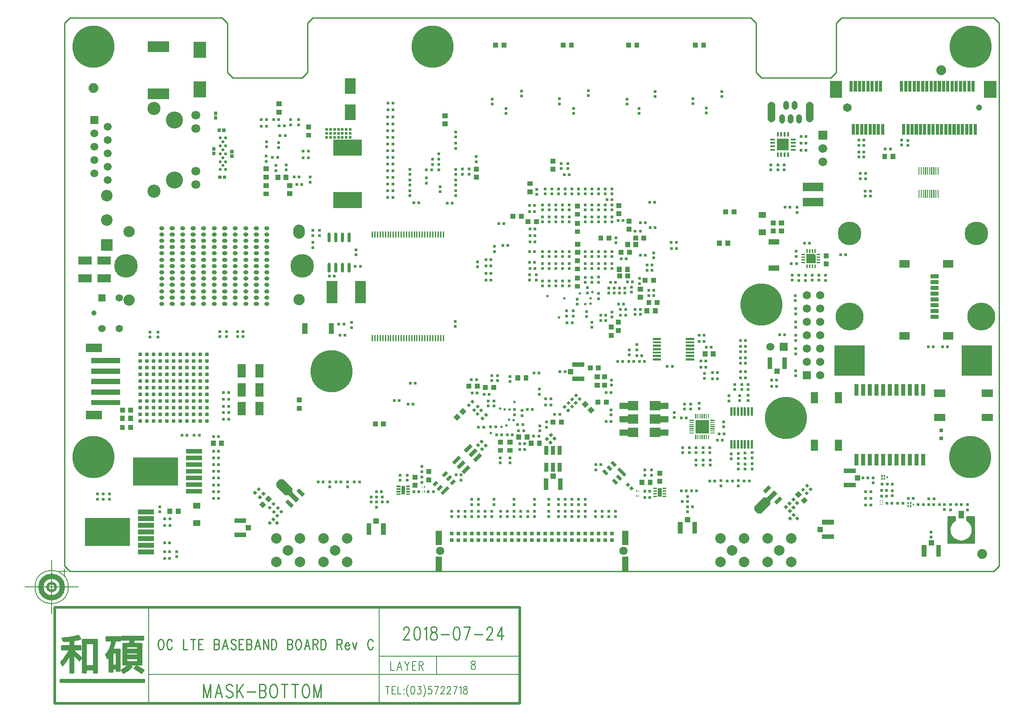
<source format=gbr>
G04 CAM350 V10.0.1 (Build 314) Date:  Fri Jul 27 19:03:03 2018 *
G04 Database: (Untitled) *
G04 Layer 11: SMSE *
%FSLAX25Y25*%
%MOIN*%
%SFA1.000B1.000*%

%MIA0B0*%
%IPPOS*%
%ADD11C,0.00800*%
%ADD12C,0.01000*%
%ADD13C,0.00500*%
%ADD15C,0.02000*%
%ADD16C,0.04000*%
%ADD17C,0.00700*%
%ADD20C,0.02362*%
%ADD21R,0.22835X0.22835*%
%ADD22C,0.31496*%
%ADD23C,0.03937*%
%ADD24C,0.06200*%
%ADD26C,0.07874*%
%ADD27C,0.05906*%
%ADD28C,0.06693*%
%ADD29C,0.04331*%
%ADD72C,0.05512*%
%ADD33C,0.08661*%
%ADD34C,0.06496*%
%ADD35C,0.04528*%
%ADD36C,0.17717*%
%ADD37C,0.08465*%
%ADD38R,0.06200X0.06200*%
%ADD39C,0.06000*%
%ADD40R,0.05905X0.05905*%
%ADD41C,0.09843*%
%ADD42C,0.12795*%
%ADD43C,0.06299*%
%ADD44C,0.20866*%
%ADD51R,0.02200X0.02200*%
%ADD52R,0.04724X0.04724*%
%ADD53R,0.03937X0.03937*%
%ADD54R,0.06299X0.06299*%
%ADD55R,0.08661X0.08661*%
%ADD56R,0.03622X0.03622*%
%ADD57R,0.04000X0.04000*%
%ADD58R,0.03400X0.03400*%
%ADD59R,0.02362X0.02362*%
%ADD60R,0.09055X0.09055*%
%ADD61C,0.03150*%
%ADD62R,0.07874X0.07874*%
%ADD63R,0.09500X0.09500*%
%ADD64R,0.04331X0.04331*%
%ADD65R,0.06000X0.06000*%
%ADD66R,0.00787X0.00787*%
%ADD67R,0.03150X0.03150*%
%ADD68R,0.05709X0.05709*%
%ADD69R,0.11811X0.11811*%
%ADD74R,0.05512X0.05512*%
%ADD75R,0.01378X0.01378*%
%ADD76R,0.00984X0.00984*%
%ADD77C,0.00984*%
%ADD78R,0.01181X0.01181*%
%ADD79R,0.02756X0.02756*%
%ADD80R,0.07087X0.07087*%
%ADD81C,0.03071*%
%ADD82R,0.03504X0.03504*%
%ADD83R,0.21063X0.21063*%
%ADD84R,0.10433X0.10433*%
%ADD85R,0.01575X0.01575*%
%ADD86C,0.02400*%
%ADD87R,0.00472X0.00472*%
%ADD88R,0.02441X0.02441*%
%ADD113R,0.06600X0.06600*%
%ADD114C,0.06600*%
%ADD115C,0.07400*%
%LNSMSE*%
%LPD*%
G36*
X554608Y64236D02*
G01X556164Y65792D01*
X557719Y64236*
X556164Y62681*
X554608Y64236*
G37*
G36*
X554281Y58564D02*
G01X555836Y60119D01*
X557392Y58564*
X555836Y57008*
X554281Y58564*
G37*
G36*
X547181Y39664D02*
G01X548736Y41219D01*
X550292Y39664*
X548736Y38108*
X547181Y39664*
G37*
G36*
X547081Y51364D02*
G01X548636Y52919D01*
X550192Y51364*
X548636Y49808*
X547081Y51364*
G37*
G36*
X420358Y65086D02*
G01X421914Y66642D01*
X423469Y65086*
X421914Y63531*
X420358Y65086*
G37*
G36*
X381293Y126358D02*
G01X382849Y127914D01*
X384405Y126358*
X382849Y124803*
X381293Y126358*
G37*
G36*
X375593Y120658D02*
G01X377149Y122214D01*
X378705Y120658*
X377149Y119103*
X375593Y120658*
G37*
G36*
X378614Y129038D02*
G01X380169Y130594D01*
X381725Y129038*
X380169Y127482*
X378614Y129038*
G37*
G36*
X375814Y126238D02*
G01X377369Y127794D01*
X378925Y126238*
X377369Y124682*
X375814Y126238*
G37*
G36*
X372914Y123338D02*
G01X374469Y124894D01*
X376025Y123338*
X374469Y121782*
X372914Y123338*
G37*
G36*
X160881Y44864D02*
G01X162436Y46419D01*
X163992Y44864*
X162436Y43308*
X160881Y44864*
G37*
G36*
X157531Y36414D02*
G01X159086Y37969D01*
X160642Y36414*
X159086Y34858*
X157531Y36414*
G37*
G36*
X157881Y41864D02*
G01X159436Y43419D01*
X160992Y41864*
X159436Y40308*
X157881Y41864*
G37*
G36*
X143781Y61636D02*
G01X145336Y63192D01*
X146892Y61636*
X145336Y60081*
X143781Y61636*
G37*
G36*
X378493Y123558D02*
G01X380049Y125114D01*
X381605Y123558*
X380049Y122003*
X378493Y123558*
G37*
G36*
X551601Y61244D02*
G01X553157Y62799D01*
X554712Y61243*
X553156Y59688*
X551601Y61244*
G37*
G36*
X557288Y61557D02*
G01X558843Y63112D01*
X560399Y61556*
X558843Y60001*
X557288Y61557*
G37*
G36*
X544401Y54044D02*
G01X545957Y55599D01*
X547512Y54043*
X545956Y52488*
X544401Y54044*
G37*
G36*
X423038Y62407D02*
G01X424593Y63962D01*
X426149Y62406*
X424593Y60851*
X423038Y62407*
G37*
G36*
X155201Y44544D02*
G01X156757Y46099D01*
X158312Y44543*
X156756Y42988*
X155201Y44544*
G37*
G36*
X158201Y47544D02*
G01X159757Y49099D01*
X161312Y47543*
X159756Y45988*
X158201Y47544*
G37*
G36*
X141101Y58957D02*
G01X142657Y60512D01*
X144212Y58956*
X142656Y57401*
X141101Y58957*
G37*
G36*
X541708Y45364D02*
G01X543264Y46919D01*
X544819Y45364*
X543264Y43808*
X541708Y45364*
G37*
G36*
X541808Y39664D02*
G01X543364Y41219D01*
X544919Y39664*
X543364Y38108*
X541808Y39664*
G37*
G36*
X538708Y48364D02*
G01X540264Y49919D01*
X541819Y48364*
X540264Y46808*
X538708Y48364*
G37*
G36*
X311108Y91664D02*
G01X312664Y93219D01*
X314219Y91664*
X312664Y90108*
X311108Y91664*
G37*
G36*
X308108Y94664D02*
G01X309664Y96219D01*
X311219Y94664*
X309664Y93108*
X308108Y94664*
G37*
G36*
X152208Y47864D02*
G01X153764Y49419D01*
X155319Y47864*
X153764Y46308*
X152208Y47864*
G37*
G36*
X152158Y36414D02*
G01X153714Y37969D01*
X155269Y36414*
X153714Y34858*
X152158Y36414*
G37*
G36*
X144708Y55664D02*
G01X146264Y57219D01*
X147819Y55664*
X146264Y54108*
X144708Y55664*
G37*
G36*
X544388Y48044D02*
G01X545944Y49599D01*
X547499Y48043*
X545943Y46488*
X544388Y48044*
G37*
G36*
X541388Y51044D02*
G01X542944Y52599D01*
X544499Y51043*
X542943Y49488*
X541388Y51044*
G37*
G36*
X313788Y94344D02*
G01X315344Y95899D01*
X316899Y94343*
X315343Y92788*
X313788Y94344*
G37*
G36*
X310788Y97344D02*
G01X312344Y98899D01*
X313899Y97343*
X312343Y95788*
X310788Y97344*
G37*
G36*
X154888Y50544D02*
G01X156444Y52099D01*
X157999Y50543*
X156443Y48988*
X154888Y50544*
G37*
G36*
X147388Y58344D02*
G01X148944Y59899D01*
X150499Y58343*
X148943Y56788*
X147388Y58344*
G37*
G36*
X381519Y131940D02*
G01X383075Y133495D01*
X384630Y131940*
X383075Y130384*
X381519Y131940*
G37*
G36*
X305115Y120898D02*
G01X306670Y122454D01*
X308226Y120898*
X306670Y119343*
X305115Y120898*
G37*
G36*
X310551Y120822D02*
G01X312106Y122378D01*
X313662Y120822*
X312106Y119267*
X310551Y120822*
G37*
G36*
X314186Y117338D02*
G01X315742Y118894D01*
X317298Y117338*
X315742Y115782*
X314186Y117338*
G37*
G36*
X311506Y114658D02*
G01X313062Y116214D01*
X314618Y114658*
X313062Y113103*
X311506Y114658*
G37*
G36*
X303986Y127238D02*
G01X305542Y128794D01*
X307098Y127238*
X305542Y125682*
X303986Y127238*
G37*
G36*
X384199Y129260D02*
G01X385754Y130815D01*
X387310Y129260*
X385754Y127704*
X384199Y129260*
G37*
G36*
X307871Y118142D02*
G01X309426Y119698D01*
X310982Y118142*
X309426Y116587*
X307871Y118142*
G37*
G36*
X301306Y124558D02*
G01X302862Y126114D01*
X304418Y124558*
X302862Y123003*
X301306Y124558*
G37*
G36*
X307795Y123578D02*
G01X309350Y125134D01*
X310906Y123578*
X309350Y122023*
X307795Y123578*
G37*
G36*
X365386Y99565D02*
G01X366942Y101121D01*
X368498Y99565*
X366942Y98010*
X365386Y99565*
G37*
G36*
X362410Y96608D02*
G01X363966Y98164D01*
X365522Y96608*
X363966Y95052*
X362410Y96608*
G37*
G36*
X362706Y102245D02*
G01X364262Y103801D01*
X365818Y102245*
X364262Y100689*
X362706Y102245*
G37*
G36*
X359730Y99288D02*
G01X361286Y100844D01*
X362842Y99288*
X361286Y97732*
X359730Y99288*
G37*
G36*
X544488Y42344D02*
G01X546044Y43899D01*
X546050Y43893*
X546057Y43899*
X547612Y42343*
X546056Y40788*
X546050Y40794*
X546043Y40788*
X544488Y42344*
G37*
G36*
X154838Y39094D02*
G01X156394Y40649D01*
X156400Y40643*
X156407Y40649*
X157962Y39093*
X156406Y37538*
X156400Y37544*
X156393Y37538*
X154838Y39094*
G37*
G36*
X409864Y67971D02*
G01X411535Y69641D01*
X414458Y66718*
X412787Y65048*
X409864Y67971*
G37*
G36*
X408862Y81222D02*
G01X410533Y82892D01*
X413456Y79969*
X411785Y78299*
X408862Y81222*
G37*
G36*
X402738Y75098D02*
G01X404408Y76768D01*
X407331Y73845*
X405661Y72174*
X402738Y75098*
G37*
G36*
X288729Y66235D02*
G01X291652Y69158D01*
X293322Y67487*
X290399Y64564*
X288729Y66235*
G37*
G36*
X282604Y72359D02*
G01X285528Y75282D01*
X287198Y73612*
X284275Y70689*
X282604Y72359*
G37*
G36*
X275478Y65233D02*
G01X278401Y68156D01*
X280071Y66485*
X277148Y63562*
X275478Y65233*
G37*
G36*
X412927Y71033D02*
G01X414597Y72703D01*
X417520Y69780*
X415850Y68110*
X412927Y71033*
G37*
G36*
X405800Y78160D02*
G01X407470Y79830D01*
X410393Y76907*
X408723Y75237*
X405800Y78160*
G37*
G36*
X285667Y69297D02*
G01X288590Y72220D01*
X290260Y70550*
X287337Y67627*
X285667Y69297*
G37*
G36*
X278540Y62170D02*
G01X281463Y65093D01*
X283133Y63423*
X280210Y60500*
X278540Y62170*
G37*
G36*
X391674Y120947D02*
G01X394361Y123634D01*
X396922Y121072*
X394235Y118386*
X391674Y120947*
G37*
G36*
X295674Y120057D02*
G01X298235Y122618D01*
X300922Y119931*
X298360Y117370*
X295674Y120057*
G37*
G36*
X387289Y125331D02*
G01X389976Y128018D01*
X392537Y125456*
X389851Y122770*
X387289Y125331*
G37*
G36*
X551368Y53145D02*
G01X554055Y55832D01*
X556616Y53271*
X553929Y50584*
X551368Y53145*
G37*
G36*
X546984Y57529D02*
G01X549671Y60216D01*
X552232Y57655*
X549545Y54968*
X546984Y57529*
G37*
G36*
X150168Y54455D02*
G01X152729Y57016D01*
X155416Y54329*
X152855Y51768*
X150168Y54455*
G37*
G36*
X145784Y50071D02*
G01X148345Y52632D01*
X151032Y49945*
X148471Y47384*
X145784Y50071*
G37*
G36*
X291289Y115673D02*
G01X293851Y118234D01*
X296537Y115547*
X293976Y112986*
X291289Y115673*
G37*
G36*
X531574Y52145D02*
G01X535746Y56317D01*
X537726Y54337*
X533554Y50165*
X531574Y52145*
G37*
G36*
X523230Y60489D02*
G01X527402Y64661D01*
X529382Y62681*
X525210Y58509*
X523230Y60489*
G37*
G36*
X165297Y51879D02*
G01X167277Y53859D01*
X171449Y49687*
X169469Y47707*
X165297Y51879*
G37*
G36*
X173641Y60223D02*
G01X175621Y62203D01*
X179793Y58031*
X177813Y56051*
X173641Y60223*
G37*
G36*
X302564Y87502D02*
G01X307296Y92235D01*
X309245Y90286*
X304512Y85554*
X302564Y87502*
G37*
G36*
X293655Y78594D02*
G01X298388Y83326D01*
X300336Y81378*
X295604Y76645*
X293655Y78594*
G37*
G36*
X306099Y83967D02*
G01X310832Y88699D01*
X312780Y86751*
X308048Y82018*
X306099Y83967*
G37*
G36*
X297191Y75058D02*
G01X301923Y79791D01*
X303872Y77842*
X299139Y73110*
X297191Y75058*
G37*
G36*
X299028Y91038D02*
G01X303761Y95770D01*
X305709Y93822*
X300977Y89089*
X299028Y91038*
G37*
G36*
X290120Y82129D02*
G01X294852Y86862D01*
X296801Y84913*
X292068Y80181*
X290120Y82129*
G37*
G36*
X413873Y76211D02*
G01X415544Y77881D01*
X420582Y72842*
X418912Y71172*
X413873Y76211*
G37*
G36*
X281602Y59108D02*
G01X286641Y64147D01*
X288311Y62476*
X283272Y57438*
X281602Y59108*
G37*
G36*
X555455Y231325D02*
G01X555457Y231395D01*
Y237672*
X555469Y237746*
X555480Y237784*
X555513Y237852*
X555559Y237914*
X555614Y237964*
X555674Y238001*
X555736Y238026*
X555790Y238039*
X561259*
X561333Y238020*
X561399Y237989*
X561459Y237945*
X562463Y236938*
X562502Y236875*
X562518Y236838*
X562538Y236763*
X562542Y236726*
X562543Y231327*
X562531Y231252*
X562519Y231215*
X562486Y231146*
X562440Y231084*
X562384Y231034*
X562323Y230997*
X562259Y230972*
X562199Y230960*
X555801*
X555765Y230966*
X555721Y230978*
X555690Y230991*
X555624Y231028*
X555566Y231078*
X555523Y231132*
X555489Y231192*
X555466Y231257*
X555455Y231325*
G37*
G36*
X516442Y45931D02*
G01Y48674D01*
X516444Y48680*
X516448Y48686*
X523191Y55429*
X525954Y55435*
X525953Y55439*
Y55445*
X525954Y55449*
X525956Y55452*
X531280Y60760*
X531285Y60763*
X531297*
X531303Y60760*
X533822Y58241*
X533828Y58232*
Y58229*
X533829Y58226*
X533828Y58222*
X533826Y58216*
X528517Y52891*
X528497Y52885*
X528498Y52879*
Y50135*
X528496Y50129*
X528491Y50123*
X521748Y43380*
X518985*
X516446Y45918*
X516443Y45924*
X516442Y45931*
G37*
G36*
X158511Y63684D02*
G01Y66446D01*
X161049Y68985*
X161055Y68988*
X161061Y68989*
X163804*
X163811Y68988*
X163817Y68983*
X170560Y62240*
X170566Y59478*
X170576*
X170579Y59477*
X170585Y59473*
X175891Y54151*
X175894Y54146*
Y54134*
X175891Y54129*
X173369Y51607*
X173363Y51603*
X173360*
X173356Y51602*
X173353Y51603*
X173349Y51604*
X173346Y51605*
X168022Y56914*
X168016Y56934*
X168009Y56933*
X165266*
X165260Y56935*
X165254Y56940*
X158511Y63684*
G37*
G36*
X661263Y21093D02*
G01X661264Y21163D01*
Y40863*
X661276Y40938*
X661287Y40975*
X661319Y41044*
X661365Y41106*
X661419Y41156*
X661478Y41193*
X661538Y41218*
X661589Y41230*
X667238*
X667307Y41212*
X667371Y41180*
X667431Y41137*
X667483Y41081*
X667521Y41019*
X667538Y40981*
X667558Y40907*
X667562Y40869*
X667563Y38076*
X667559Y38039*
X667543Y37972*
X667515Y37909*
X667478Y37852*
X667430Y37802*
X667382Y37765*
X667120Y37597*
X666482Y37123*
X665895Y36588*
X665365Y35996*
X664898Y35353*
X664497Y34667*
X664167Y33945*
X663912Y33192*
X663733Y32418*
X663633Y31630*
X663613Y30836*
X663673Y30044*
X663812Y29262*
X664029Y28497*
X664322Y27759*
X664687Y27053*
X665122Y26388*
X665621Y25770*
X666180Y25205*
X666793Y24700*
X667453Y24258*
X668155Y23885*
X668890Y23585*
X669652Y23359*
X670432Y23212*
X671224Y23144*
X672018Y23155*
X672808Y23247*
X673583Y23417*
X674338Y23665*
X675065Y23987*
X675755Y24380*
X676402Y24841*
X676728Y25113*
X677294Y25669*
X677802Y26278*
X678246Y26936*
X678622Y27635*
X678925Y28369*
X679153Y29129*
X679303Y29908*
X679375Y30699*
X679366Y31492*
X679277Y32281*
X679110Y33057*
X678865Y33812*
X678546Y34538*
X678155Y35229*
X677697Y35877*
X677176Y36476*
X676597Y37019*
X675966Y37501*
X675544Y37772*
X675496Y37834*
X675462Y37902*
X675442Y37977*
X675438Y38014*
Y40863*
X675449Y40938*
X675460Y40975*
X675492Y41044*
X675538Y41106*
X675592Y41156*
X675651Y41193*
X675712Y41218*
X675762Y41230*
X681451*
X681517Y41212*
X681579Y41183*
X681635Y41144*
X681684Y41095*
X681723Y41039*
X681752Y40977*
X681770Y40911*
X681775Y40869*
Y21094*
X681763Y21020*
X681740Y20955*
X681707Y20895*
X681663Y20843*
X681611Y20798*
X681552Y20763*
X681488Y20739*
X681431Y20728*
X661608*
X661572Y20734*
X661528Y20746*
X661497Y20759*
X661431Y20796*
X661373Y20846*
X661330Y20899*
X661296Y20959*
X661274Y21025*
X661263Y21093*
G37*
G54D51*
X596086Y294465D03*
X599876D03*
X596086Y298402D03*
X599876D03*
X599705Y285194D03*
X603495D03*
X599705Y281257D03*
X603495D03*
X497616Y127861D03*
Y131651D03*
X505732Y127918D03*
Y131708D03*
X507250Y136360D03*
Y140150D03*
X502000Y136360D03*
Y140150D03*
G54D55*
X31700Y244850D03*
G54D33*
Y263354D03*
Y281858D03*
G54D51*
X479400Y144710D03*
Y148500D03*
X489090Y144400D03*
X485300D03*
X489090Y149000D03*
X485300D03*
X480510Y168200D03*
X484300D03*
X479090Y177200D03*
X475300D03*
X475310Y172400D03*
X479100D03*
G54D57*
X533750Y150000D03*
G54D51*
X533360Y143296D03*
X529570D03*
X318096Y132802D03*
X314306D03*
G54D20*
X116642Y301289D03*
Y307195D03*
Y313100D03*
Y319006D03*
Y324911D03*
X118610Y304242D03*
Y310147D03*
Y316053D03*
Y321958D03*
X120579Y301289D03*
Y307195D03*
Y313100D03*
Y319006D03*
Y324911D03*
G54D51*
X175376Y334842D03*
Y338632D03*
G54D34*
X586362Y347543D03*
G54D35*
X684787D03*
G54D21*
X683213Y158173D03*
X587937D03*
G54D36*
X683095Y253449D03*
X587819D03*
G54D22*
X521900Y200000D03*
G54D23*
X509695D03*
X521900Y187795D03*
Y212205D03*
X534105Y200000D03*
X530168Y190945D03*
Y209055D03*
X513632D03*
Y190945D03*
G54D36*
X177949Y229102D03*
X45863D03*
G54D37*
X48422Y203511D03*
X48410Y254555D03*
X175575Y203760D03*
G54D38*
X556000Y147000D03*
G54D24*
X566000D03*
X556000Y157000D03*
X566000D03*
X556000Y167000D03*
X566000D03*
X556000Y177000D03*
X566000D03*
X556000Y187000D03*
X566000D03*
X556000Y197000D03*
X566000D03*
X556000Y207000D03*
X566000D03*
G54D65*
X538500Y168500D03*
G54D39*
X528500D03*
G54D57*
X594095Y70079D03*
G54D67*
X656500Y105703D03*
Y99797D03*
G54D15*
X395250Y209500D03*
X361500Y206500D03*
X370250Y190500D03*
X374400Y204600D03*
X390000Y200500D03*
X319306Y103802D03*
X336400Y113400D03*
X327267Y108337D03*
X330906Y109402D03*
X329750Y121500D03*
X326406Y122002D03*
X333000Y113700D03*
X333250Y121500D03*
X336906Y127102D03*
X393950Y204550D03*
X393900Y200600D03*
X386050Y208450D03*
G54D60*
X538000Y320000D03*
G54D76*
X611024Y50000D03*
Y51575D03*
Y53150D03*
X612598D03*
Y51575D03*
Y50000D03*
G54D81*
X106600Y162700D03*
X101600D03*
X96600D03*
X91600D03*
X86600D03*
X81600D03*
X76600D03*
X71600D03*
X66600D03*
X61600D03*
X56600D03*
X106600Y157700D03*
X101600D03*
X96600D03*
X91600D03*
X86600D03*
X81600D03*
X76600D03*
X71600D03*
X66600D03*
X61600D03*
X56600D03*
X106600Y152700D03*
X101600D03*
X96600D03*
X91600D03*
X86600D03*
X81600D03*
X76600D03*
X71600D03*
X66600D03*
X61600D03*
X56600D03*
X106600Y147700D03*
X101600D03*
X96600D03*
X91600D03*
X86600D03*
X81600D03*
X76600D03*
X71600D03*
X66600D03*
X61600D03*
X56600D03*
X106600Y142700D03*
X101600D03*
X96600D03*
X91600D03*
X86600D03*
X81600D03*
X76600D03*
X71600D03*
X66600D03*
X61600D03*
X56600D03*
X106600Y137700D03*
X101600D03*
X96600D03*
X91600D03*
X86600D03*
X81600D03*
X76600D03*
X71600D03*
X66600D03*
X61600D03*
X56600D03*
X106600Y132700D03*
X101600D03*
X96600D03*
X91600D03*
X86600D03*
X81600D03*
X76600D03*
X71600D03*
X66600D03*
X61600D03*
X56600D03*
X106600Y127700D03*
X101600D03*
X96600D03*
X91600D03*
X86600D03*
X81600D03*
X76600D03*
X71600D03*
X66600D03*
X61600D03*
X56600D03*
X106600Y122700D03*
X101600D03*
X96600D03*
X91600D03*
X86600D03*
X81600D03*
X76600D03*
X71600D03*
X66600D03*
X61600D03*
X56600D03*
X106600Y117700D03*
X101600D03*
X96600D03*
X91600D03*
X86600D03*
X81600D03*
X76600D03*
X71600D03*
X66600D03*
X61600D03*
X56600D03*
X106600Y112700D03*
X101600D03*
X96600D03*
X91600D03*
X86600D03*
X81600D03*
X76600D03*
X71600D03*
X66600D03*
X61600D03*
X56600D03*
G54D84*
X477500Y108500D03*
G54D113*
X568000Y327000D03*
G54D114*
Y317000D03*
Y307000D03*
G54D57*
X378828Y149712D03*
G54D26*
X500000Y15748D03*
X508858Y24606D03*
Y6890D03*
X491142D03*
Y24606D03*
X202756Y15748D03*
X211614Y24606D03*
Y6890D03*
X193898D03*
Y24606D03*
X535433Y15748D03*
X544291Y24606D03*
Y6890D03*
X526575D03*
Y24606D03*
X167323Y15748D03*
X176181Y24606D03*
Y6890D03*
X158465D03*
Y24606D03*
G54D40*
X22250Y338500D03*
G54D27*
Y328500D03*
Y318500D03*
Y308500D03*
Y298500D03*
X32250Y333500D03*
Y323500D03*
Y313500D03*
Y303500D03*
Y293500D03*
G54D28*
X98431Y342122D03*
Y332122D03*
Y299878D03*
Y289878D03*
G54D41*
X66935Y347004D03*
Y285035D03*
G54D42*
X82250Y338500D03*
Y293500D03*
G54D57*
X649200Y21400D03*
G54D22*
X540400Y115000D03*
G54D23*
Y127205D03*
X528195Y115000D03*
X552605D03*
X540400Y102795D03*
X531345Y106732D03*
X549455D03*
Y123268D03*
X531345D03*
G54D22*
X21600Y393400D03*
G54D23*
X9395D03*
X21600Y381195D03*
Y405605D03*
X33805Y393400D03*
X29868Y384345D03*
Y402455D03*
X13332D03*
Y384345D03*
G54D22*
X678300Y85700D03*
G54D23*
X666095D03*
X678300Y73495D03*
Y97905D03*
X690505Y85700D03*
X686568Y76645D03*
Y94755D03*
X670032D03*
Y76645D03*
G54D22*
X275600Y393400D03*
G54D23*
X263395D03*
X275600Y381195D03*
Y405605D03*
X287805Y393400D03*
X283868Y384345D03*
Y402455D03*
X267332D03*
Y384345D03*
G54D22*
X678500Y393400D03*
G54D23*
X666295D03*
X678500Y381195D03*
Y405605D03*
X690705Y393400D03*
X686768Y384345D03*
Y402455D03*
X670232D03*
Y384345D03*
G54D22*
X199920Y150030D03*
G54D23*
X187715D03*
X199920Y137825D03*
Y162235D03*
X212125Y150030D03*
X208188Y140975D03*
Y159085D03*
X191652D03*
Y140975D03*
G54D22*
X21600Y85600D03*
G54D23*
X9395D03*
X21600Y73395D03*
Y97805D03*
X33805Y85600D03*
X29868Y76545D03*
Y94655D03*
X13332D03*
Y76545D03*
G54D51*
X458196Y246802D03*
X454406D03*
X458246Y242102D03*
X454456D03*
X440040Y229650D03*
X436250D03*
X121200Y176010D03*
Y179800D03*
X440040Y225600D03*
X436250D03*
X116400Y176010D03*
Y179800D03*
X292750Y183610D03*
Y187400D03*
X358100Y261910D03*
Y265700D03*
X368100Y261910D03*
Y265700D03*
X363100Y261910D03*
Y265700D03*
X373100Y261910D03*
Y265700D03*
X378100Y261910D03*
Y265700D03*
X390100Y261910D03*
Y265700D03*
X395100Y261910D03*
Y265700D03*
X400100Y261910D03*
Y265700D03*
X405100Y261910D03*
Y265700D03*
X410100Y261910D03*
Y265700D03*
X414510Y263100D03*
X418300D03*
X413106Y250192D03*
Y246402D03*
X358100Y274690D03*
Y270900D03*
X363100Y274690D03*
Y270900D03*
X368100Y274690D03*
Y270900D03*
X373100Y274690D03*
Y270900D03*
X378100Y274690D03*
Y270900D03*
X390100Y274690D03*
Y270900D03*
X395100Y274690D03*
Y270900D03*
X400100Y274690D03*
Y270900D03*
X405100Y274690D03*
Y270900D03*
X410100Y274690D03*
Y270900D03*
X427416Y254902D03*
X431206D03*
X410100Y226910D03*
Y230700D03*
X405100Y226910D03*
Y230700D03*
X400100Y226910D03*
Y230700D03*
X395100Y226910D03*
Y230700D03*
X390100Y226910D03*
Y230700D03*
X378100Y226910D03*
Y230700D03*
X373100Y226910D03*
Y230700D03*
X368100Y226910D03*
Y230700D03*
X363100Y226910D03*
Y230700D03*
X358100Y226910D03*
Y230700D03*
X198216Y221302D03*
X202006D03*
X416810Y234500D03*
X420600D03*
X358100Y239690D03*
Y235900D03*
X363100Y239690D03*
Y235900D03*
X368100Y239690D03*
Y235900D03*
X373100Y239690D03*
Y235900D03*
X378100Y239690D03*
Y235900D03*
X390100Y239690D03*
Y235900D03*
X395100Y239690D03*
Y235900D03*
X400100Y239690D03*
Y235900D03*
X405100Y239690D03*
Y235900D03*
X410100Y239690D03*
Y235900D03*
X348610Y251750D03*
X352400D03*
X348610Y247000D03*
X352400D03*
X348210Y239800D03*
X352000D03*
X348210Y231800D03*
X352000D03*
X348516Y227002D03*
X352306D03*
X325170Y260870D03*
X328960D03*
X348610Y256750D03*
X352400D03*
X328110Y244250D03*
X331900D03*
X358100Y213910D03*
Y217700D03*
X363100Y213910D03*
Y217700D03*
X368100Y213910D03*
Y217700D03*
X373100Y213910D03*
Y217700D03*
X378100Y213910D03*
Y217700D03*
X390006Y216712D03*
Y220502D03*
X395006Y216712D03*
Y220502D03*
X391500Y208860D03*
Y212650D03*
X400000Y216860D03*
Y220650D03*
X412640Y216750D03*
X408850D03*
X370100Y286690D03*
Y282900D03*
X365100Y286690D03*
Y282900D03*
X360100Y286690D03*
Y282900D03*
X353600Y282710D03*
Y286500D03*
X348110Y274500D03*
X351900D03*
X348110Y269750D03*
X351900D03*
X371800Y302010D03*
Y305800D03*
X380100Y286690D03*
Y282900D03*
X375100Y286690D03*
Y282900D03*
X410090Y278800D03*
X406300D03*
X385100Y286690D03*
Y282900D03*
X438110Y276750D03*
X441900D03*
X410100Y286690D03*
Y282900D03*
X405100Y286690D03*
Y282900D03*
X400100Y286690D03*
Y282900D03*
X395100Y286690D03*
Y282900D03*
X390100Y286690D03*
Y282900D03*
X425390Y217000D03*
X421600D03*
X618493Y316597D03*
X614703D03*
X290390Y276000D03*
X286600D03*
X265390Y276500D03*
X261600D03*
X528906Y304792D03*
Y301002D03*
X555396Y320902D03*
X551606D03*
X555396Y326002D03*
X551606D03*
X258500Y301390D03*
Y297600D03*
X438290Y55400D03*
X434500D03*
X462680Y52380D03*
X466470D03*
X258500Y289610D03*
Y293400D03*
Y285390D03*
Y281600D03*
X581316Y237502D03*
X585106D03*
X548106Y239992D03*
Y236202D03*
X293000Y325610D03*
Y329400D03*
X550006Y221992D03*
Y218202D03*
X544410Y230700D03*
X548200D03*
X560006Y218212D03*
Y222002D03*
X293000Y320890D03*
Y317100D03*
X209196Y185302D03*
X205406D03*
X293000Y293390D03*
Y289600D03*
X206316Y177202D03*
X210106D03*
X221495Y228802D03*
X217706D03*
X293000Y285390D03*
Y281600D03*
X676206Y49942D03*
Y46152D03*
X663456Y49942D03*
Y46152D03*
X603890Y59750D03*
X600100D03*
X603890Y54750D03*
X600100D03*
X603890Y49750D03*
X600100D03*
X627874Y51181D03*
X624084D03*
X647323Y54331D03*
X651113D03*
X635748Y54724D03*
X631958D03*
X611890Y56299D03*
X615680D03*
X620106Y60442D03*
Y56652D03*
X175766Y295782D03*
X171976D03*
X158126Y300492D03*
Y304282D03*
X151226Y318342D03*
Y322132D03*
X173936Y289932D03*
X177726D03*
X166076Y300942D03*
Y304732D03*
X169226Y334842D03*
Y338632D03*
X183926Y295572D03*
Y291782D03*
X150926Y307542D03*
Y311332D03*
X155680Y310430D03*
X159470D03*
X182516Y310032D03*
X178726D03*
X160226Y321372D03*
Y317582D03*
X182516Y314982D03*
X178726D03*
X309096Y133702D03*
X305306D03*
X333606Y142312D03*
Y146102D03*
X331610Y102500D03*
X335400D03*
X355750Y132860D03*
Y136650D03*
X327396Y102502D03*
X323606D03*
X343890Y105500D03*
X340100D03*
X351360Y101250D03*
X355150D03*
X360900Y111990D03*
Y108200D03*
X430500Y215810D03*
Y219600D03*
X428610Y161750D03*
X432400D03*
X430610Y157250D03*
X434400D03*
X409296Y134002D03*
X405506D03*
X409390Y112250D03*
X405600D03*
X487046Y67752D03*
X483256D03*
X512890Y67750D03*
X509100D03*
X491750Y67890D03*
Y64100D03*
X504750Y67890D03*
Y64100D03*
X217015Y67002D03*
X220806D03*
X189810Y66900D03*
X193600D03*
X211950Y67040D03*
Y63250D03*
X198450Y67040D03*
Y63250D03*
X119016Y114002D03*
X122805D03*
X122795Y123802D03*
X119006D03*
X71400Y44610D03*
Y48400D03*
X74910Y14700D03*
X78700D03*
X74860Y21500D03*
X78650D03*
X111515Y101002D03*
X115306D03*
X115290Y54700D03*
X111500D03*
X111510Y70000D03*
X115300D03*
X258816Y141202D03*
X262606D03*
X261096Y125302D03*
X257306D03*
X464169Y121684D03*
Y125474D03*
X493500Y108360D03*
Y112150D03*
X499250Y88140D03*
Y84350D03*
X437616Y206602D03*
X441406D03*
X242110Y346000D03*
X245900D03*
X242110Y351000D03*
X245900D03*
X416360Y192050D03*
X420150D03*
X275700Y305160D03*
Y308950D03*
X274890Y301000D03*
X271100D03*
X342300Y360090D03*
Y356300D03*
X293000Y301390D03*
Y297600D03*
X297900Y301590D03*
Y297800D03*
X392400Y360390D03*
Y356600D03*
X442200Y359790D03*
Y356000D03*
X303000Y301590D03*
Y297800D03*
X619607Y51181D03*
X615817D03*
X304716Y143602D03*
X308506D03*
X320106Y146692D03*
Y142902D03*
X333606Y81412D03*
Y85202D03*
X324306Y146692D03*
Y142902D03*
X326406Y81412D03*
Y85202D03*
X340860Y95750D03*
X344650D03*
X340860Y91250D03*
X344650D03*
X370890Y117750D03*
X367100D03*
X496360Y67750D03*
X500150D03*
X206996Y67002D03*
X203206D03*
X384000Y204140D03*
Y200350D03*
X245890Y340750D03*
X242100D03*
X280250Y304890D03*
Y301100D03*
Y309110D03*
Y312900D03*
X308400Y310890D03*
Y307100D03*
X431406Y192712D03*
Y196502D03*
X492300Y359790D03*
Y356000D03*
X348306Y218512D03*
Y222302D03*
X442296Y257602D03*
X438506D03*
X435096Y261502D03*
X431306D03*
X133556Y179692D03*
Y175902D03*
X353406Y218512D03*
Y222302D03*
X129556Y179692D03*
Y175902D03*
X441390Y238840D03*
Y235050D03*
X419706Y212392D03*
Y208602D03*
X435096Y237202D03*
X431306D03*
X315610Y223250D03*
X319400D03*
X631755Y323189D03*
Y319399D03*
X627073Y323342D03*
Y319552D03*
X598625Y310543D03*
X594835D03*
X598597Y314462D03*
X594807D03*
X598615Y319374D03*
X594825D03*
X598615Y323311D03*
X594825D03*
X551616Y315802D03*
X555406D03*
X534306Y304792D03*
Y301002D03*
X399900Y208290D03*
Y204500D03*
X539106Y304792D03*
Y301002D03*
X397930Y79980D03*
Y76190D03*
X309250Y232140D03*
Y228350D03*
X570006Y221992D03*
Y218202D03*
X554316Y245902D03*
X558106D03*
X315610Y218500D03*
X319400D03*
X565006Y218212D03*
Y222002D03*
X555006Y221992D03*
Y218202D03*
X545006Y218212D03*
Y222002D03*
X548706Y272992D03*
Y269202D03*
X322000Y243640D03*
Y239850D03*
X539616Y273202D03*
X543406D03*
X315610Y233750D03*
X319400D03*
X415506Y212392D03*
Y208602D03*
X315610Y229000D03*
X319400D03*
X218406Y241192D03*
Y237402D03*
X215106Y182812D03*
Y186602D03*
X547500Y193110D03*
Y196900D03*
Y183110D03*
Y186900D03*
Y173110D03*
Y176900D03*
X657610Y168500D03*
X661400D03*
X646929Y168504D03*
X650719D03*
X547500Y163110D03*
Y166900D03*
Y150390D03*
Y146600D03*
X547356Y203062D03*
Y206852D03*
X649056Y29542D03*
Y25752D03*
X671575Y50000D03*
X667785D03*
X658976D03*
Y46210D03*
X658977Y50000D03*
X655187D03*
X651103D03*
X647313D03*
X643229D03*
X639439D03*
X611916Y60802D03*
X615706D03*
X619961Y65512D03*
X616171D03*
X601746Y70102D03*
X597956D03*
X616181Y65512D03*
X612391D03*
X605706Y70192D03*
Y66402D03*
X165116Y326682D03*
X161326D03*
X147386Y333732D03*
X151176D03*
X160316Y338832D03*
X156526D03*
X147386D03*
X151176D03*
X160736Y334032D03*
X164526D03*
X364140Y129500D03*
X360350D03*
X364140Y124750D03*
X360350D03*
X342750Y116860D03*
Y120650D03*
X356106Y105412D03*
Y109202D03*
X374796Y149602D03*
X371006D03*
X343140Y110000D03*
X339350D03*
X346610Y121250D03*
X350400D03*
X416360Y196250D03*
X420150D03*
X336900Y121290D03*
Y117500D03*
X313896Y107902D03*
X310106D03*
X317406Y124012D03*
Y127802D03*
X322896Y108502D03*
X319106D03*
X321606Y124012D03*
Y127802D03*
X428500Y169890D03*
Y166100D03*
X422610Y157250D03*
X426400D03*
X409506Y143392D03*
Y139602D03*
X409250Y121140D03*
Y117350D03*
X414110Y157250D03*
X417900D03*
X381006Y195292D03*
Y191502D03*
X423000Y162360D03*
Y166150D03*
X390950Y194690D03*
Y190900D03*
X63906Y179392D03*
Y175602D03*
X539390Y177500D03*
X535600D03*
X390000Y50110D03*
Y53900D03*
X385000Y50110D03*
Y53900D03*
X320000Y44890D03*
Y41100D03*
X315000Y44890D03*
Y41100D03*
X122795Y128950D03*
X119006D03*
X119016Y134002D03*
X122805D03*
X122795Y119002D03*
X119006D03*
X78890Y39500D03*
X75100D03*
X74910Y9700D03*
X78700D03*
X84000Y10910D03*
Y14700D03*
X115290Y90000D03*
X111500D03*
X115290Y59700D03*
X111500D03*
X115290Y84900D03*
X111500D03*
X115290Y75000D03*
X111500D03*
X115290Y64800D03*
X111500D03*
X476610Y153000D03*
X480400D03*
X476610Y157600D03*
X480400D03*
X506310Y173000D03*
X510100D03*
X506310Y168800D03*
X510100D03*
X506310Y164600D03*
X510100D03*
X506310Y160200D03*
X510100D03*
X506310Y149600D03*
X510100D03*
X506310Y145000D03*
X510100D03*
X506310Y156000D03*
X510100D03*
X475200Y122110D03*
Y125900D03*
X250596Y128002D03*
X246806D03*
X411606Y212392D03*
Y208602D03*
X468006Y92692D03*
Y88902D03*
X462906Y88912D03*
Y92702D03*
X468800Y125490D03*
Y121700D03*
X478206Y83392D03*
Y79602D03*
X473105Y83392D03*
Y79602D03*
X456500Y115360D03*
Y119150D03*
X483505Y83392D03*
Y79602D03*
X478206Y88912D03*
Y92702D03*
X473006Y88912D03*
Y92702D03*
X461860Y115000D03*
X465650D03*
X483306Y88912D03*
Y92702D03*
X401616Y188002D03*
X405406D03*
X395100Y186690D03*
Y182900D03*
X401616Y191902D03*
X405406D03*
X410105Y190612D03*
Y194402D03*
X529510Y138600D03*
X533300D03*
X414810Y200400D03*
X418600D03*
X441395Y210602D03*
X437606D03*
X281400Y284610D03*
Y288400D03*
X330600Y343410D03*
Y347200D03*
X430200Y343410D03*
Y347200D03*
X407705Y212392D03*
Y208602D03*
X271000Y294890D03*
Y291100D03*
X320400Y354090D03*
Y350300D03*
X421200Y354090D03*
Y350300D03*
X374310Y297300D03*
X378100D03*
X376800Y302010D03*
Y305800D03*
X427206Y192712D03*
Y196502D03*
X245890Y315500D03*
X242100D03*
X245890Y310500D03*
X242100D03*
X245890Y320500D03*
X242100D03*
X245890Y330500D03*
X242100D03*
X245890Y295500D03*
X242100D03*
X245890Y325500D03*
X242100D03*
X245890Y305500D03*
X242100D03*
X245890Y335500D03*
X242100D03*
X245890Y300500D03*
X242100D03*
X245890Y290500D03*
X242100D03*
X480600Y343710D03*
Y347500D03*
X424500Y213140D03*
Y209350D03*
X381300Y343410D03*
Y347200D03*
X470700Y354390D03*
Y350600D03*
X370600Y354290D03*
Y350500D03*
X245890Y280500D03*
X242100D03*
X245890Y285500D03*
X242100D03*
X100890Y102000D03*
X97100D03*
X87810D03*
X91600D03*
X190806Y255592D03*
Y251802D03*
X186006Y255592D03*
Y251802D03*
X355390Y148750D03*
X351600D03*
X390000Y44890D03*
Y41100D03*
X385000Y44890D03*
Y41100D03*
X347000Y44890D03*
Y41100D03*
X341750Y44890D03*
Y41100D03*
X331750Y44890D03*
Y41100D03*
X512000Y136360D03*
Y140150D03*
X515000Y80640D03*
Y76850D03*
X509500Y80390D03*
Y76600D03*
X504500Y80640D03*
Y76850D03*
X466500Y44550D03*
Y48340D03*
X466460D03*
X470250D03*
X233500Y48100D03*
Y51890D03*
X233490D03*
X229700D03*
X375906Y195292D03*
Y191502D03*
X380196Y186502D03*
X376406D03*
G54D57*
X365900Y71390D03*
G54D51*
X512000Y128110D03*
Y131900D03*
X515000Y88890D03*
Y85100D03*
X509500Y88640D03*
Y84850D03*
X504500Y88390D03*
Y84600D03*
X455210Y153740D03*
X451420D03*
X115390Y80000D03*
X111600D03*
X78890Y34250D03*
X75100D03*
G54D57*
X466500Y38700D03*
X137700Y32700D03*
X233400Y37800D03*
X565800Y31500D03*
G54D51*
X397940Y79920D03*
X401730D03*
X297070Y72270D03*
Y68480D03*
X297090Y72300D03*
X293300D03*
X434500Y75890D03*
Y72100D03*
X439500Y75890D03*
Y72100D03*
X466500Y56140D03*
Y52350D03*
X461860Y60250D03*
X465650D03*
X434570Y60130D03*
X438360D03*
X267500Y78640D03*
Y74850D03*
Y66760D03*
Y70550D03*
X241850Y51910D03*
X238060D03*
X238040Y55690D03*
Y51900D03*
X237390Y59750D03*
X233600D03*
X265290Y59700D03*
X261500D03*
X276130Y59730D03*
X272340D03*
X473390Y60250D03*
X469600D03*
X229710Y55750D03*
X233500D03*
X24500Y54110D03*
Y57900D03*
X251400Y68310D03*
Y72100D03*
X256500Y68310D03*
Y72100D03*
X305000Y41110D03*
Y44900D03*
G54D43*
X281323Y15453D03*
X418724D03*
G54D67*
X290024Y23327D03*
X295024D03*
X300024D03*
X305024D03*
X310024D03*
X315024D03*
X320024D03*
X325024D03*
X330024D03*
X335024D03*
X340024D03*
X345024D03*
X350024D03*
X355024D03*
X360024D03*
X365024D03*
X370024D03*
X375024D03*
X380024D03*
X385024D03*
X390024D03*
X395024D03*
X400024D03*
X405024D03*
X410024D03*
X290024Y28327D03*
X295024D03*
X300024D03*
X305024D03*
X310024D03*
X315024D03*
X320024D03*
X325024D03*
X330024D03*
X335024D03*
X340024D03*
X345024D03*
X350024D03*
X355024D03*
X360024D03*
X365024D03*
X370024D03*
X375024D03*
X380024D03*
X385024D03*
X390024D03*
X395024D03*
X400024D03*
X405024D03*
X410024D03*
G54D51*
X70000Y175610D03*
Y179400D03*
X295000Y41110D03*
Y44900D03*
X310000Y41110D03*
Y44900D03*
X326750Y44890D03*
Y41100D03*
X336750Y41110D03*
Y44900D03*
X352000Y41110D03*
Y44900D03*
X362500Y41110D03*
Y44900D03*
X370000Y44890D03*
Y41100D03*
X375000Y44890D03*
Y41100D03*
X380000Y41110D03*
Y44900D03*
X397500Y41110D03*
Y44900D03*
X375000Y50110D03*
Y53900D03*
X370000Y50110D03*
Y53900D03*
X321750Y50110D03*
Y53900D03*
X407500Y41110D03*
Y44900D03*
X290000Y41110D03*
Y44900D03*
X300000Y41110D03*
Y44900D03*
X305000Y50110D03*
Y53900D03*
X310000Y50110D03*
Y53900D03*
X336750Y50110D03*
Y53900D03*
X352000Y50110D03*
Y53900D03*
X362500Y50110D03*
Y53900D03*
X380000Y50110D03*
Y53900D03*
X402500Y41110D03*
Y44900D03*
X412500Y41110D03*
Y44900D03*
X186000Y246640D03*
Y242850D03*
X490110Y103000D03*
X493900D03*
X488860Y98500D03*
X492650D03*
X33500Y54110D03*
Y57900D03*
X29000Y54110D03*
Y57900D03*
G54D44*
X588021Y191167D03*
X686446D03*
G54D20*
X196265Y325450D03*
Y328402D03*
Y331355D03*
X199218Y325450D03*
Y328402D03*
Y331355D03*
X202171Y325450D03*
Y328402D03*
Y331355D03*
X205124Y325450D03*
Y328402D03*
Y331355D03*
X208076Y325450D03*
Y328402D03*
Y331355D03*
X211029Y325450D03*
Y328402D03*
Y331355D03*
X213982Y325450D03*
Y328402D03*
Y331355D03*
G54D74*
X28040Y205030D03*
G54D72*
Y182195D03*
X41032Y205030D03*
Y182195D03*
G54D23*
X21938Y193613D03*
G54D115*
X21550Y362250D03*
X656693Y375591D03*
X687402Y12992D03*
G54D12*
X0Y4000D02*
G01Y411000D01*
X4000Y415000*
X118000*
X122000Y411000*
Y374000*
X126000Y370000*
X178000*
X182000Y374000*
Y411000*
X186000Y415000*
X514000*
X518000Y411000*
Y374000*
X522000Y370000*
X574000*
X578000Y374000*
Y411000*
X582000Y415000*
X696000*
X700000Y411000*
Y4000*
X696000Y0*
X4000*
X0Y4000*
G54D13*
X2000Y0D02*
G01X-4000D01*
X0Y2000D02*
G01Y-4000D01*
G54D11*
X235480Y-77323D02*
G01X340598D01*
G54D15*
X340775Y-27066D02*
G01Y-99066D01*
X-7469*
Y-27066*
X340775*
G54D11*
X235531Y-63766D02*
G01X340775D01*
X2775Y-11766D02*
G75*
G03X2775Y-11766I-12500D01*
X-29725D02*
G01X10275D01*
X-9725Y8234D02*
G01Y-31766D01*
G54D15*
X-6725Y-11766D02*
G03X-6725Y-11766I-3000D01*
G54D16*
X-1663D02*
G03X-1663Y-11766I-8062D01*
G54D11*
X62775Y-27266D02*
G01Y-99066D01*
X13275Y-98974D02*
G01X57775D01*
X235531Y-26766D02*
G01Y-99066D01*
X278531Y-63701D02*
G01Y-77323D01*
X63031Y-77353D02*
G01X235086D01*
G54D12*
X42491Y-48674D02*
G01Y-51234D01*
X49211*
X48251Y-53794*
X43451*
Y-70114*
X47611*
X45371Y-72034*
X42171Y-73954*
X44091Y-76194*
X47621Y-73954*
X50171Y-71394*
X48571Y-70114*
X57531*
Y-53794*
X51131*
X52091Y-51234*
X58811*
Y-48674*
X42491*
X53691Y-70754D02*
G01X52091Y-72674D01*
X57531Y-76194*
X59131Y-73954*
X56631Y-72394*
X53691Y-70754*
X46331Y-56354D02*
G01X54651D01*
Y-58274*
X46331*
Y-56354*
Y-60834D02*
G01X54651D01*
Y-62754*
X46331*
Y-60834*
Y-65314D02*
G01X54651D01*
Y-67554*
X46331*
Y-65314*
X42851Y-49424D02*
G01X58421D01*
X58511Y-50224D02*
G01X42911D01*
X49241Y-50934D02*
G01X51871D01*
X42781Y-50744D02*
G01X58591D01*
X49451Y-51644D02*
G01X51571D01*
X49141Y-52394D02*
G01X51301D01*
X48861Y-53124D02*
G01X51091D01*
X48371Y-53894D02*
G01X51111D01*
X43841Y-54524D02*
G01X57121D01*
X43841Y-55264D02*
G01X57141D01*
X43781Y-55944D02*
G01X57241D01*
X43871Y-56684D02*
G01X45961D01*
X43821Y-57334D02*
G01X45971D01*
X43771Y-58064D02*
G01X46021D01*
X43741Y-58814D02*
G01X57271D01*
X54961Y-56654D02*
G01X57211D01*
X55041Y-57384D02*
G01X57201D01*
X54971Y-58094D02*
G01X57231D01*
X43821Y-59514D02*
G01X57241D01*
X43841Y-60194D02*
G01X57141D01*
X43811Y-60924D02*
G01X45991D01*
X43801Y-61634D02*
G01X45971D01*
Y-61644*
X43711Y-62354D02*
G01X46021D01*
X43671Y-63244D02*
G01X57311D01*
X55031Y-60874D02*
G01X57141D01*
X55031Y-61504D02*
G01X57191D01*
X55011Y-62174D02*
G01X57171D01*
X54971Y-62714D02*
G01X57151D01*
X43761Y-63954D02*
G01X57141D01*
X43801Y-64714D02*
G01X57171D01*
X43851Y-65384D02*
G01X45941D01*
X45991Y-66114D02*
G01X43791D01*
X43841Y-66844D02*
G01X46031D01*
Y-67574D02*
G01X43731D01*
X55061Y-65464D02*
G01X57151D01*
X55011Y-66224D02*
G01X57261D01*
X54981Y-66924D02*
G01X57271D01*
X54931Y-67564D02*
G01X57181D01*
X43791Y-68154D02*
G01X57181D01*
X43841Y-68814D02*
G01X57171D01*
X57191Y-69484D02*
G01X43781D01*
X47521Y-70544D02*
G01X48571D01*
X46961Y-71164D02*
G01X49191D01*
X46211Y-71834D02*
G01X49201D01*
X48511Y-72604D02*
G01X45101D01*
X47791Y-73344D02*
G01X44061D01*
X46791Y-74094D02*
G01X42901D01*
X45581Y-74914D02*
G01X43421D01*
X44511Y-75494D02*
G01X43961D01*
X53461Y-71564D02*
G01X54291D01*
X52941Y-72204D02*
G01X55471D01*
X53021Y-72814D02*
G01X56581D01*
X54081Y-73494D02*
G01X57591D01*
X55041Y-74174D02*
G01X58481D01*
X56211Y-74924D02*
G01X57981D01*
X57101Y-75484D02*
G01X57711D01*
X10291Y-47914D02*
G01X4531Y-49194D01*
X-2189Y-49834*
X-909Y-52394*
X1341*
X3891Y-52074*
Y-55594*
X-2509*
Y-58474*
X3571*
X2291Y-61034*
X691Y-63274*
X-899Y-65824*
X-3149Y-68074*
X-1869Y-70634*
X1011Y-67434*
X3891Y-62954*
Y-76074*
X6771*
Y-62634*
X9011Y-64554*
X10931Y-67114*
X12531Y-64554*
X6771Y-59434*
Y-58474*
X11891*
Y-55594*
X6771*
Y-51754*
X9561Y-51134*
X11891Y-50474*
X10291Y-47914*
X16051Y-70634D02*
G01Y-53994D01*
X21491*
Y-70634*
X16051*
X13171Y-76074D02*
G01Y-51114D01*
X24371*
Y-76074*
X21491*
Y-73514*
X16051*
Y-76074*
X13171*
X30971Y-48994D02*
G01Y-51874D01*
X35131*
X34491Y-55074*
X33531Y-57954*
X32251Y-60194*
X30651Y-62434*
X31931Y-65314*
X33211Y-63714*
Y-75234*
X36091*
Y-72994*
X38651*
Y-74594*
X41211*
Y-58274*
X36091*
X37051Y-55394*
X38011Y-51874*
X41531*
Y-48994*
X30971*
X36091Y-70434D02*
G01Y-60834D01*
X38651*
Y-70434*
X36091*
X-1179Y-49924D02*
G01Y-51094D01*
X-639Y-52054D02*
G01Y-50024D01*
X41Y-52054D02*
G01Y-49964D01*
X681Y-52074D02*
G01Y-49864D01*
X1291Y-52054D02*
G01Y-49804D01*
X1971Y-51994D02*
G01Y-49804D01*
X2651Y-51894D02*
G01Y-49754D01*
X3361Y-51774D02*
G01Y-49644D01*
X3961Y-51794D02*
G01Y-49604D01*
X4491Y-49534D02*
G01Y-75694D01*
X5091Y-75814D02*
G01Y-49514D01*
X5731Y-49254D02*
G01Y-75814D01*
X6251Y-75864D02*
G01Y-49114D01*
X6981Y-49074D02*
G01Y-51314D01*
X7661Y-48884D02*
G01Y-51234D01*
X8441Y-48704D02*
G01Y-51034D01*
X9241Y-48544D02*
G01Y-50834D01*
X9951Y-48374D02*
G01Y-50674D01*
X10701Y-49154D02*
G01Y-50514D01*
X-1729Y-55954D02*
G01Y-58114D01*
X-1019Y-58034D02*
G01Y-56024D01*
X-229Y-55994D02*
G01Y-58094D01*
X471Y-58074D02*
G01Y-56004D01*
X1161Y-58074D02*
G01Y-55994D01*
X1861Y-58134D02*
G01Y-55984D01*
X2601Y-58124D02*
G01Y-55964D01*
X3351Y-58134D02*
G01Y-55964D01*
X3941Y-55794D02*
G01Y-62654D01*
X3301Y-59944D02*
G01Y-63114D01*
X2781Y-64044D02*
G01Y-60974D01*
X2081Y-61964D02*
G01Y-65064D01*
X1271Y-63134D02*
G01Y-66294D01*
X561Y-64224D02*
G01Y-67414D01*
X-189Y-65424D02*
G01Y-68234D01*
X-949Y-66434D02*
G01Y-69194D01*
X-1719Y-67054D02*
G01Y-69924D01*
X-2349Y-67754D02*
G01Y-68974D01*
X7011Y-58134D02*
G01Y-55974D01*
X7821Y-58104D02*
G01Y-55974D01*
X8681Y-58114D02*
G01Y-55964D01*
X9531Y-58114D02*
G01Y-55974D01*
X10331Y-58124D02*
G01Y-55934D01*
X11111Y-58154D02*
G01Y-55944D01*
X6911Y-60014D02*
G01Y-62334D01*
X7651Y-60724D02*
G01Y-62854D01*
X8351Y-61264D02*
G01Y-63554D01*
X9051Y-61944D02*
G01Y-64124D01*
X9701Y-62494D02*
G01Y-64804D01*
X10351Y-62984D02*
G01Y-65784D01*
X11041Y-63624D02*
G01Y-66354D01*
X11691Y-64244D02*
G01Y-65374D01*
X13861Y-51494D02*
G01Y-75794D01*
X14601Y-75704D02*
G01Y-51514D01*
X15321Y-51464D02*
G01Y-75804D01*
X16051Y-70934D02*
G01Y-73194D01*
X16761D02*
G01Y-70904D01*
X17511Y-71004D02*
G01Y-73224D01*
X18291Y-73184D02*
G01Y-70974D01*
X19161D02*
G01Y-73254D01*
X19891Y-73144D02*
G01Y-70984D01*
X20611Y-73184D02*
G01Y-70984D01*
X21381Y-73254D02*
G01Y-70874D01*
X15731Y-51824D02*
G01X24121D01*
X15661Y-52524D02*
G01X24011D01*
X15611Y-53194D02*
G01X24121D01*
X22091Y-53514D02*
G01Y-75804D01*
X22901Y-53334D02*
G01Y-75764D01*
X23621Y-75704D02*
G01Y-53424D01*
X31291Y-49774D02*
G01X41211D01*
X41151Y-50524D02*
G01X31391D01*
X31351Y-51224D02*
G01X41151D01*
X35491Y-51904D02*
G01X37571D01*
X37481Y-52664D02*
G01X35361D01*
X35191Y-53404D02*
G01X37261D01*
X35051Y-54154D02*
G01X37011D01*
X34911Y-54814D02*
G01X36811D01*
X36591Y-55544D02*
G01X34721D01*
X34501Y-56254D02*
G01X36401D01*
X36161Y-56924D02*
G01X34251D01*
X34041Y-57584D02*
G01X36041D01*
X33761Y-58204D02*
G01X35731D01*
X33411Y-58854D02*
G01X40861D01*
X40831Y-59494D02*
G01X33101D01*
X32691Y-60154D02*
G01X40871D01*
X32111Y-60954D02*
G01X35711D01*
X35701Y-61904D02*
G01X31521D01*
X31101Y-62674D02*
G01X35811D01*
X31471Y-63424D02*
G01X35681D01*
X31731Y-64114D02*
G01X32381D01*
X33891Y-63854D02*
G01Y-74824D01*
X34581Y-74834D02*
G01Y-63814D01*
X35261Y-63844D02*
G01Y-74854D01*
X35331*
X35991Y-70734D02*
G01Y-72724D01*
X36731Y-70794D02*
G01Y-72694D01*
X37401Y-72684D02*
G01Y-70814D01*
X38081D02*
G01Y-72704D01*
X38791Y-72784D02*
G01Y-70644D01*
X38811*
X39271Y-74254D02*
G01Y-60224D01*
X39961Y-60504D02*
G01Y-74264D01*
X40601Y-74324D02*
G01Y-60434D01*
X-3469Y-81074D02*
G01X59531D01*
Y-83074*
X-3469*
Y-81074*
X-2969Y-81574D02*
G01X59031D01*
Y-82574*
X-2969*
Y-81574*
Y-82074D02*
G01X58531D01*
Y-83074*
X-2969*
Y-82074*
G54D17*
X305648Y-67129D02*
G01X304966Y-67442D01*
X304739Y-68067*
Y-68692*
X304966Y-69317*
X305420Y-69629*
X306330Y-69942*
X307011Y-70254*
X307466Y-70879*
X307693Y-71504*
Y-72442*
X307466Y-73067*
X307239Y-73379*
X306557Y-73692*
X305648*
X304966Y-73379*
X304739Y-73067*
X304511Y-72442*
Y-71504*
X304739Y-70879*
X305193Y-70254*
X305875Y-69942*
X306784Y-69629*
X307239Y-69317*
X307466Y-68692*
Y-68067*
X307239Y-67442*
X306557Y-67129*
X305648*
G54D12*
X253947Y-43908D02*
G01Y-43440D01*
X254288Y-42502*
X254629Y-42033*
X255310Y-41565*
X256674*
X257356Y-42033*
X257697Y-42502*
X258038Y-43440*
Y-44377*
X257697Y-45315*
X257015Y-46721*
X253606Y-51408*
X258379*
X263492Y-41565D02*
G01X262469Y-42033D01*
X261788Y-43440*
X261447Y-45783*
Y-47190*
X261788Y-49533*
X262469Y-50940*
X263492Y-51408*
X264174*
X265197Y-50940*
X265879Y-49533*
X266219Y-47190*
Y-45783*
X265879Y-43440*
X265197Y-42033*
X264174Y-41565*
X263492*
X269288Y-43440D02*
G01X269969Y-42971D01*
X270992Y-41565*
Y-51408*
X275765Y-41565D02*
G01X274742Y-42033D01*
X274401Y-42971*
Y-43908*
X274742Y-44846*
X275424Y-45315*
X276788Y-45783*
X277810Y-46252*
X278492Y-47190*
X278833Y-48127*
Y-49533*
X278492Y-50471*
X278151Y-50940*
X277129Y-51408*
X275765*
X274742Y-50940*
X274401Y-50471*
X274060Y-49533*
Y-48127*
X274401Y-47190*
X275083Y-46252*
X276106Y-45783*
X277469Y-45315*
X278151Y-44846*
X278492Y-43908*
Y-42971*
X278151Y-42033*
X277129Y-41565*
X275765*
X281901Y-47190D02*
G01X288038D01*
X293151Y-41565D02*
G01X292129Y-42033D01*
X291447Y-43440*
X291106Y-45783*
Y-47190*
X291447Y-49533*
X292129Y-50940*
X293151Y-51408*
X293833*
X294856Y-50940*
X295538Y-49533*
X295879Y-47190*
Y-45783*
X295538Y-43440*
X294856Y-42033*
X293833Y-41565*
X293151*
X303719D02*
G01X300310Y-51408D01*
X298947Y-41565D02*
G01X303719D01*
X306788Y-47190D02*
G01X312924D01*
X316333Y-43908D02*
G01Y-43440D01*
X316674Y-42502*
X317015Y-42033*
X317697Y-41565*
X319060*
X319742Y-42033*
X320083Y-42502*
X320424Y-43440*
Y-44377*
X320083Y-45315*
X319401Y-46721*
X315992Y-51408*
X320765*
X327242Y-41565D02*
G01X323833Y-48127D01*
X328947*
X327242Y-41565D02*
G01Y-51408D01*
G54D11*
X244314Y-67602D02*
G01Y-74164D01*
X247042*
X250905Y-67602D02*
G01X249087Y-74164D01*
X250905Y-67602D02*
G01X252724Y-74164D01*
X249769Y-71977D02*
G01X252042D01*
X254769Y-67602D02*
G01X256587Y-70727D01*
Y-74164*
X258405Y-67602D02*
G01X256587Y-70727D01*
X260451Y-67602D02*
G01Y-74164D01*
Y-67602D02*
G01X263405D01*
X260451Y-70727D02*
G01X262269D01*
X260451Y-74164D02*
G01X263405D01*
X265451Y-67602D02*
G01Y-74164D01*
Y-67602D02*
G01X267496D01*
X268178Y-67914*
X268405Y-68227*
X268633Y-68852*
Y-69477*
X268405Y-70102*
X268178Y-70414*
X267496Y-70727*
X265451*
X267042D02*
G01X268633Y-74164D01*
G54D12*
X71548Y-50937D02*
G01X71025Y-51296D01*
X70503Y-52015*
X70241Y-52734*
X69980Y-53812*
Y-55609*
X70241Y-56687*
X70503Y-57406*
X71025Y-58125*
X71548Y-58484*
X72593*
X73116Y-58125*
X73639Y-57406*
X73900Y-56687*
X74162Y-55609*
Y-53812*
X73900Y-52734*
X73639Y-52015*
X73116Y-51296*
X72593Y-50937*
X71548*
X80434Y-52734D02*
G01X80173Y-52015D01*
X79650Y-51296*
X79128Y-50937*
X78082*
X77559Y-51296*
X77037Y-52015*
X76775Y-52734*
X76514Y-53812*
Y-55609*
X76775Y-56687*
X77037Y-57406*
X77559Y-58125*
X78082Y-58484*
X79128*
X79650Y-58125*
X80173Y-57406*
X80434Y-56687*
X88798Y-50937D02*
G01Y-58484D01*
X91934*
X96116Y-50937D02*
G01Y-58484D01*
X94287Y-50937D02*
G01X97946D01*
X100298D02*
G01Y-58484D01*
Y-50937D02*
G01X103696D01*
X100298Y-54531D02*
G01X102389D01*
X100298Y-58484D02*
G01X103696D01*
X112059Y-50937D02*
G01Y-58484D01*
Y-50937D02*
G01X114412D01*
X115196Y-51296*
X115457Y-51656*
X115718Y-52375*
Y-53093*
X115457Y-53812*
X115196Y-54171*
X114412Y-54531*
X112059D02*
G01X114412D01*
X115196Y-54890*
X115457Y-55250*
X115718Y-55968*
Y-57046*
X115457Y-57765*
X115196Y-58125*
X114412Y-58484*
X112059*
X120162Y-50937D02*
G01X118071Y-58484D01*
X120162Y-50937D02*
G01X122253Y-58484D01*
X118855Y-55968D02*
G01X121468D01*
X128264Y-52015D02*
G01X127741Y-51296D01*
X126957Y-50937*
X125912*
X125127Y-51296*
X124605Y-52015*
Y-52734*
X124866Y-53453*
X125127Y-53812*
X125650Y-54171*
X127218Y-54890*
X127741Y-55250*
X128003Y-55609*
X128264Y-56328*
Y-57406*
X127741Y-58125*
X126957Y-58484*
X125912*
X125127Y-58125*
X124605Y-57406*
X130616Y-50937D02*
G01Y-58484D01*
Y-50937D02*
G01X134014D01*
X130616Y-54531D02*
G01X132707D01*
X130616Y-58484D02*
G01X134014D01*
X136366Y-50937D02*
G01Y-58484D01*
Y-50937D02*
G01X138718D01*
X139503Y-51296*
X139764Y-51656*
X140025Y-52375*
Y-53093*
X139764Y-53812*
X139503Y-54171*
X138718Y-54531*
X136366D02*
G01X138718D01*
X139503Y-54890*
X139764Y-55250*
X140025Y-55968*
Y-57046*
X139764Y-57765*
X139503Y-58125*
X138718Y-58484*
X136366*
X144468Y-50937D02*
G01X142378Y-58484D01*
X144468Y-50937D02*
G01X146559Y-58484D01*
X143162Y-55968D02*
G01X145775D01*
X148912Y-50937D02*
G01Y-58484D01*
Y-50937D02*
G01X152571Y-58484D01*
Y-50937D02*
G01Y-58484D01*
X154923Y-50937D02*
G01Y-58484D01*
Y-50937D02*
G01X156753D01*
X157537Y-51296*
X158059Y-52015*
X158321Y-52734*
X158582Y-53812*
Y-55609*
X158321Y-56687*
X158059Y-57406*
X157537Y-58125*
X156753Y-58484*
X154923*
X166946Y-50937D02*
G01Y-58484D01*
Y-50937D02*
G01X169298D01*
X170082Y-51296*
X170343Y-51656*
X170605Y-52375*
Y-53093*
X170343Y-53812*
X170082Y-54171*
X169298Y-54531*
X166946D02*
G01X169298D01*
X170082Y-54890*
X170343Y-55250*
X170605Y-55968*
Y-57046*
X170343Y-57765*
X170082Y-58125*
X169298Y-58484*
X166946*
X174525Y-50937D02*
G01X174003Y-51296D01*
X173480Y-52015*
X173218Y-52734*
X172957Y-53812*
Y-55609*
X173218Y-56687*
X173480Y-57406*
X174003Y-58125*
X174525Y-58484*
X175571*
X176093Y-58125*
X176616Y-57406*
X176878Y-56687*
X177139Y-55609*
Y-53812*
X176878Y-52734*
X176616Y-52015*
X176093Y-51296*
X175571Y-50937*
X174525*
X181582D02*
G01X179491Y-58484D01*
X181582Y-50937D02*
G01X183673Y-58484D01*
X180275Y-55968D02*
G01X182889D01*
X186025Y-50937D02*
G01Y-58484D01*
Y-50937D02*
G01X188378D01*
X189162Y-51296*
X189423Y-51656*
X189684Y-52375*
Y-53093*
X189423Y-53812*
X189162Y-54171*
X188378Y-54531*
X186025*
X187855D02*
G01X189684Y-58484D01*
X192037Y-50937D02*
G01Y-58484D01*
Y-50937D02*
G01X193866D01*
X194650Y-51296*
X195173Y-52015*
X195434Y-52734*
X195696Y-53812*
Y-55609*
X195434Y-56687*
X195173Y-57406*
X194650Y-58125*
X193866Y-58484*
X192037*
X204059Y-50937D02*
G01Y-58484D01*
Y-50937D02*
G01X206412D01*
X207196Y-51296*
X207457Y-51656*
X207718Y-52375*
Y-53093*
X207457Y-53812*
X207196Y-54171*
X206412Y-54531*
X204059*
X205889D02*
G01X207718Y-58484D01*
X210071Y-55609D02*
G01X213207D01*
Y-54890*
X212946Y-54171*
X212684Y-53812*
X212162Y-53453*
X211378*
X210855Y-53812*
X210332Y-54531*
X210071Y-55609*
Y-56328*
X210332Y-57406*
X210855Y-58125*
X211378Y-58484*
X212162*
X212684Y-58125*
X213207Y-57406*
X215559Y-53453D02*
G01X217128Y-58484D01*
X218696Y-53453D02*
G01X217128Y-58484D01*
X230980Y-52734D02*
G01X230718Y-52015D01*
X230196Y-51296*
X229673Y-50937*
X228627*
X228105Y-51296*
X227582Y-52015*
X227321Y-52734*
X227059Y-53812*
Y-55609*
X227321Y-56687*
X227582Y-57406*
X228105Y-58125*
X228627Y-58484*
X229673*
X230196Y-58125*
X230718Y-57406*
X230980Y-56687*
X103968Y-84700D02*
G01Y-94543D01*
Y-84700D02*
G01X106696Y-94543D01*
X109423Y-84700D02*
G01X106696Y-94543D01*
X109423Y-84700D02*
G01Y-94543D01*
X115218Y-84700D02*
G01X112491Y-94543D01*
X115218Y-84700D02*
G01X117946Y-94543D01*
X113514Y-91262D02*
G01X116923D01*
X125787Y-86106D02*
G01X125105Y-85168D01*
X124082Y-84700*
X122718*
X121696Y-85168*
X121014Y-86106*
Y-87043*
X121355Y-87981*
X121696Y-88450*
X122378Y-88918*
X124423Y-89856*
X125105Y-90325*
X125446Y-90793*
X125787Y-91731*
Y-93137*
X125105Y-94075*
X124082Y-94543*
X122718*
X121696Y-94075*
X121014Y-93137*
X128855Y-84700D02*
G01Y-94543D01*
X133628Y-84700D02*
G01X128855Y-91262D01*
X130559Y-88918D02*
G01X133628Y-94543D01*
X136696Y-90325D02*
G01X142832D01*
X145900Y-84700D02*
G01Y-94543D01*
Y-84700D02*
G01X148968D01*
X149991Y-85168*
X150332Y-85637*
X150673Y-86575*
Y-87512*
X150332Y-88450*
X149991Y-88918*
X148968Y-89387*
X145900D02*
G01X148968D01*
X149991Y-89856*
X150332Y-90325*
X150673Y-91262*
Y-92668*
X150332Y-93606*
X149991Y-94075*
X148968Y-94543*
X145900*
X155787Y-84700D02*
G01X155105Y-85168D01*
X154423Y-86106*
X154082Y-87043*
X153741Y-88450*
Y-90793*
X154082Y-92200*
X154423Y-93137*
X155105Y-94075*
X155787Y-94543*
X157150*
X157832Y-94075*
X158514Y-93137*
X158855Y-92200*
X159196Y-90793*
Y-88450*
X158855Y-87043*
X158514Y-86106*
X157832Y-85168*
X157150Y-84700*
X155787*
X164650D02*
G01Y-94543D01*
X162264Y-84700D02*
G01X167037D01*
X172491D02*
G01Y-94543D01*
X170105Y-84700D02*
G01X174878D01*
X179991D02*
G01X179309Y-85168D01*
X178628Y-86106*
X178287Y-87043*
X177946Y-88450*
Y-90793*
X178287Y-92200*
X178628Y-93137*
X179309Y-94075*
X179991Y-94543*
X181355*
X182037Y-94075*
X182718Y-93137*
X183059Y-92200*
X183400Y-90793*
Y-88450*
X183059Y-87043*
X182718Y-86106*
X182037Y-85168*
X181355Y-84700*
X179991*
X186468D02*
G01Y-94543D01*
Y-84700D02*
G01X189196Y-94543D01*
X191923Y-84700D02*
G01X189196Y-94543D01*
X191923Y-84700D02*
G01Y-94543D01*
G54D11*
X241849Y-86171D02*
G01Y-92078D01*
X240417Y-86171D02*
G01X243280D01*
X245121D02*
G01Y-92078D01*
Y-86171D02*
G01X247780D01*
X245121Y-88984D02*
G01X246758D01*
X245121Y-92078D02*
G01X247780D01*
X249621Y-86171D02*
G01Y-92078D01*
X252076*
X254121Y-88140D02*
G01X253917Y-88421D01*
X254121Y-88703*
X254326Y-88421*
X254121Y-88140*
Y-91515D02*
G01X253917Y-91796D01*
X254121Y-92078*
X254326Y-91796*
X254121Y-91515*
X257599Y-85046D02*
G01X257190Y-85609D01*
X256780Y-86453*
X256371Y-87578*
X256167Y-88984*
Y-90109*
X256371Y-91515*
X256780Y-92640*
X257190Y-93484*
X257599Y-94046*
X260667Y-86171D02*
G01X260053Y-86453D01*
X259644Y-87296*
X259440Y-88703*
Y-89546*
X259644Y-90953*
X260053Y-91796*
X260667Y-92078*
X261076*
X261690Y-91796*
X262099Y-90953*
X262303Y-89546*
Y-88703*
X262099Y-87296*
X261690Y-86453*
X261076Y-86171*
X260667*
X264553D02*
G01X266803D01*
X265576Y-88421*
X266190*
X266599Y-88703*
X266803Y-88984*
X267008Y-89828*
Y-90390*
X266803Y-91234*
X266394Y-91796*
X265780Y-92078*
X265167*
X264553Y-91796*
X264349Y-91515*
X264144Y-90953*
X268849Y-85046D02*
G01X269258Y-85609D01*
X269667Y-86453*
X270076Y-87578*
X270280Y-88984*
Y-90109*
X270076Y-91515*
X269667Y-92640*
X269258Y-93484*
X268849Y-94046*
X274780Y-86171D02*
G01X272735D01*
X272530Y-88703*
X272735Y-88421*
X273349Y-88140*
X273962*
X274576Y-88421*
X274985Y-88984*
X275190Y-89828*
X274985Y-90390*
X274780Y-91234*
X274371Y-91796*
X273758Y-92078*
X273144*
X272530Y-91796*
X272326Y-91515*
X272121Y-90953*
X279894Y-86171D02*
G01X277849Y-92078D01*
X277030Y-86171D02*
G01X279894D01*
X281940Y-87578D02*
G01Y-87296D01*
X282144Y-86734*
X282349Y-86453*
X282758Y-86171*
X283576*
X283985Y-86453*
X284190Y-86734*
X284394Y-87296*
Y-87859*
X284190Y-88421*
X283780Y-89265*
X281735Y-92078*
X284599*
X286644Y-87578D02*
G01Y-87296D01*
X286849Y-86734*
X287053Y-86453*
X287462Y-86171*
X288280*
X288690Y-86453*
X288894Y-86734*
X289099Y-87296*
Y-87859*
X288894Y-88421*
X288485Y-89265*
X286440Y-92078*
X289303*
X294008Y-86171D02*
G01X291962Y-92078D01*
X291144Y-86171D02*
G01X294008D01*
X295849Y-87296D02*
G01X296258Y-87015D01*
X296871Y-86171*
Y-92078*
X299735Y-86171D02*
G01X299121Y-86453D01*
X298917Y-87015*
Y-87578*
X299121Y-88140*
X299530Y-88421*
X300349Y-88703*
X300962Y-88984*
X301371Y-89546*
X301576Y-90109*
Y-90953*
X301371Y-91515*
X301167Y-91796*
X300553Y-92078*
X299735*
X299121Y-91796*
X298917Y-91515*
X298712Y-90953*
Y-90109*
X298917Y-89546*
X299326Y-88984*
X299940Y-88703*
X300758Y-88421*
X301167Y-88140*
X301371Y-87578*
Y-87015*
X301167Y-86453*
X300553Y-86171*
X299735*
G54D52*
X418055Y104126D02*
G01X420417D01*
X418055Y114126D02*
G01X420417D01*
X418055Y124126D02*
G01X420417D01*
X447583D02*
G01X449945D01*
X447583Y114126D02*
G01X449945D01*
X447583Y104126D02*
G01X449945D01*
G54D53*
X39608Y158050D02*
G01X21892D01*
X39608Y150176D02*
G01X21892D01*
X39608Y142302D02*
G01X21892D01*
X39608Y134428D02*
G01X21892D01*
X39608Y126554D02*
G01X21892D01*
G54D54*
X24648Y167499D02*
G01X19136D01*
X24648Y117105D02*
G01X19136D01*
G54D56*
X479700Y163089D02*
G01Y162911D01*
X485900Y163089D02*
G01Y162911D01*
G54D58*
X539150Y153300D02*
G01Y158700D01*
X528350Y153300D02*
G01Y158700D01*
G54D56*
X321406Y137813D02*
G01Y137991D01*
X315206Y137813D02*
G01Y137991D01*
G54D59*
X589118Y366441D02*
G01Y360929D01*
X590693Y334158D02*
G01Y328646D01*
X592268Y366441D02*
G01Y360929D01*
X593843Y334158D02*
G01Y328646D01*
X595417Y366441D02*
G01Y360929D01*
X596992Y334158D02*
G01Y328646D01*
X598567Y366441D02*
G01Y360929D01*
X600142Y334158D02*
G01Y328646D01*
X601717Y366441D02*
G01Y360929D01*
X603291Y334158D02*
G01Y328646D01*
X604866Y366441D02*
G01Y360929D01*
X606441Y334158D02*
G01Y328646D01*
X608016Y366441D02*
G01Y360929D01*
X609591Y334158D02*
G01Y328646D01*
X611165Y366441D02*
G01Y360929D01*
X612740Y334158D02*
G01Y328646D01*
X626913Y366441D02*
G01Y360929D01*
X628488Y334158D02*
G01Y328646D01*
X630063Y366441D02*
G01Y360929D01*
X631638Y334158D02*
G01Y328646D01*
X633213Y366441D02*
G01Y360929D01*
X634787Y334158D02*
G01Y328646D01*
X636362Y366441D02*
G01Y360929D01*
X637937Y334158D02*
G01Y328646D01*
X639512Y366441D02*
G01Y360929D01*
X641087Y334158D02*
G01Y328646D01*
X642661Y366441D02*
G01Y360929D01*
X644236Y334158D02*
G01Y328646D01*
X645811Y366441D02*
G01Y360929D01*
X647386Y334158D02*
G01Y328646D01*
X648961Y366441D02*
G01Y360929D01*
X650535Y334158D02*
G01Y328646D01*
X652110Y366441D02*
G01Y360929D01*
X653685Y334158D02*
G01Y328646D01*
X655260Y366441D02*
G01Y360929D01*
X656835Y334158D02*
G01Y328646D01*
X658409Y366441D02*
G01Y360929D01*
X659984Y334158D02*
G01Y328646D01*
X661559Y366441D02*
G01Y360929D01*
X663134Y334158D02*
G01Y328646D01*
X664709Y366441D02*
G01Y360929D01*
X666284Y334158D02*
G01Y328646D01*
X667858Y366441D02*
G01Y360929D01*
X669433Y334158D02*
G01Y328646D01*
X671008Y366441D02*
G01Y360929D01*
X672583Y334158D02*
G01Y328646D01*
X674158Y366441D02*
G01Y360929D01*
X675732Y334158D02*
G01Y328646D01*
X677307Y366441D02*
G01Y360929D01*
X678882Y334158D02*
G01Y328646D01*
X680457Y366441D02*
G01Y360929D01*
X682032Y334158D02*
G01Y328646D01*
G54D60*
X577898Y363095D02*
G01Y359551D01*
X693252Y363095D02*
G01Y359551D01*
G54D53*
X529332Y227458D02*
G01X533269D01*
X529332Y247143D02*
G01X533269D01*
G54D33*
X175489Y253807D02*
G01Y255578D01*
G54D61*
X72930Y257449D02*
G01X72142D01*
X80804D02*
G01X80016D01*
X88678D02*
G01X87890D01*
X96552D02*
G01X95764D01*
X104426D02*
G01X103638D01*
X112300D02*
G01X111512D01*
X120174D02*
G01X119386D01*
X128048D02*
G01X127260D01*
X135922D02*
G01X135134D01*
X143796D02*
G01X143008D01*
X151670D02*
G01X150882D01*
X72930Y252724D02*
G01X72142D01*
X80804D02*
G01X80016D01*
X88678D02*
G01X87890D01*
X96552D02*
G01X95764D01*
X104426D02*
G01X103638D01*
X112300D02*
G01X111512D01*
X120174D02*
G01X119386D01*
X128048D02*
G01X127260D01*
X135922D02*
G01X135134D01*
X143796D02*
G01X143008D01*
X151670D02*
G01X150882D01*
X72930Y248000D02*
G01X72142D01*
X80804D02*
G01X80016D01*
X88678D02*
G01X87890D01*
X96552D02*
G01X95764D01*
X104426D02*
G01X103638D01*
X112300D02*
G01X111512D01*
X120174D02*
G01X119386D01*
X128048D02*
G01X127260D01*
X135922D02*
G01X135134D01*
X143796D02*
G01X143008D01*
X151670D02*
G01X150882D01*
X72930Y243275D02*
G01X72142D01*
X80804D02*
G01X80016D01*
X88678D02*
G01X87890D01*
X96552D02*
G01X95764D01*
X104426D02*
G01X103638D01*
X112300D02*
G01X111512D01*
X120174D02*
G01X119386D01*
X128048D02*
G01X127260D01*
X135922D02*
G01X135134D01*
X143796D02*
G01X143008D01*
X151670D02*
G01X150882D01*
X72930Y238551D02*
G01X72142D01*
X80804D02*
G01X80016D01*
X88678D02*
G01X87890D01*
X96552D02*
G01X95764D01*
X104426D02*
G01X103638D01*
X112300D02*
G01X111512D01*
X120174D02*
G01X119386D01*
X128048D02*
G01X127260D01*
X135922D02*
G01X135134D01*
X143796D02*
G01X143008D01*
X151670D02*
G01X150882D01*
X72930Y233826D02*
G01X72142D01*
X80804D02*
G01X80016D01*
X88678D02*
G01X87890D01*
X96552D02*
G01X95764D01*
X104426D02*
G01X103638D01*
X112300D02*
G01X111512D01*
X120174D02*
G01X119386D01*
X128048D02*
G01X127260D01*
X135922D02*
G01X135134D01*
X143796D02*
G01X143008D01*
X151670D02*
G01X150882D01*
X72930Y229102D02*
G01X72142D01*
X80804D02*
G01X80016D01*
X88678D02*
G01X87890D01*
X96552D02*
G01X95764D01*
X104426D02*
G01X103638D01*
X112300D02*
G01X111512D01*
X120174D02*
G01X119386D01*
X128048D02*
G01X127260D01*
X135922D02*
G01X135134D01*
X143796D02*
G01X143008D01*
X151670D02*
G01X150882D01*
X72930Y224378D02*
G01X72142D01*
X80804D02*
G01X80016D01*
X88678D02*
G01X87890D01*
X96552D02*
G01X95764D01*
X104426D02*
G01X103638D01*
X112300D02*
G01X111512D01*
X120174D02*
G01X119386D01*
X128048D02*
G01X127260D01*
X135922D02*
G01X135134D01*
X143796D02*
G01X143008D01*
X151670D02*
G01X150882D01*
X72930Y219653D02*
G01X72142D01*
X80804D02*
G01X80016D01*
X88678D02*
G01X87890D01*
X96552D02*
G01X95764D01*
X104426D02*
G01X103638D01*
X112300D02*
G01X111512D01*
X120174D02*
G01X119386D01*
X128048D02*
G01X127260D01*
X135922D02*
G01X135134D01*
X143796D02*
G01X143008D01*
X151670D02*
G01X150882D01*
X72930Y214929D02*
G01X72142D01*
X80804D02*
G01X80016D01*
X88678D02*
G01X87890D01*
X96552D02*
G01X95764D01*
X104426D02*
G01X103638D01*
X112300D02*
G01X111512D01*
X120174D02*
G01X119386D01*
X128048D02*
G01X127260D01*
X135922D02*
G01X135134D01*
X143796D02*
G01X143008D01*
X151670D02*
G01X150882D01*
X72930Y210204D02*
G01X72142D01*
X80804D02*
G01X80016D01*
X88678D02*
G01X87890D01*
X96552D02*
G01X95764D01*
X104426D02*
G01X103638D01*
X112300D02*
G01X111512D01*
X120174D02*
G01X119386D01*
X128048D02*
G01X127260D01*
X135922D02*
G01X135134D01*
X143796D02*
G01X143008D01*
X151670D02*
G01X150882D01*
X72930Y205480D02*
G01X72142D01*
X80804D02*
G01X80016D01*
X88678D02*
G01X87890D01*
X96552D02*
G01X95764D01*
X104426D02*
G01X103638D01*
X112300D02*
G01X111512D01*
X120174D02*
G01X119386D01*
X128048D02*
G01X127260D01*
X135922D02*
G01X135134D01*
X143796D02*
G01X143008D01*
X151670D02*
G01X150882D01*
X72930Y200756D02*
G01X72142D01*
X80804D02*
G01X80016D01*
X88678D02*
G01X87890D01*
X96552D02*
G01X95764D01*
X104426D02*
G01X103638D01*
X112300D02*
G01X111512D01*
X120174D02*
G01X119386D01*
X128048D02*
G01X127260D01*
X135922D02*
G01X135134D01*
X143796D02*
G01X143008D01*
X151670D02*
G01X150882D01*
G54D56*
X421850Y221411D02*
G01Y221589D01*
X415650Y221411D02*
G01Y221589D01*
X384011Y254700D02*
G01X384189D01*
X384011Y260900D02*
G01X384189D01*
X407806Y249713D02*
G01Y249891D01*
X401606Y249713D02*
G01Y249891D01*
X384189Y273900D02*
G01X384011D01*
X384189Y267700D02*
G01X384011D01*
X427706Y249891D02*
G01Y249713D01*
X433906Y249891D02*
G01Y249713D01*
X384011Y226700D02*
G01X384189D01*
X384011Y232900D02*
G01X384189D01*
X416800Y239389D02*
G01Y239211D01*
X423000Y239389D02*
G01Y239211D01*
X384161Y239150D02*
G01X384339D01*
X384161Y245350D02*
G01X384339D01*
X353350Y262161D02*
G01Y262339D01*
X347150Y262161D02*
G01Y262339D01*
X384011Y213700D02*
G01X384189D01*
X384011Y219900D02*
G01X384189D01*
X365611Y301400D02*
G01X365789D01*
X365611Y307600D02*
G01X365789D01*
X335900Y266339D02*
G01Y266161D01*
X342100Y266339D02*
G01Y266161D01*
X348511Y284500D02*
G01X348689D01*
X348511Y290700D02*
G01X348689D01*
X284911Y335400D02*
G01X285089D01*
X284911Y341600D02*
G01X285089D01*
X614290Y311174D02*
G01Y310996D01*
X620490Y311174D02*
G01Y310996D01*
G54D62*
X213906Y342241D02*
G01Y346178D01*
Y361926D02*
G01Y365863D01*
G54D63*
X101250Y362750D02*
G01Y360250D01*
Y392250D02*
G01Y389750D01*
G54D56*
X232706Y110691D02*
G01Y110513D01*
X238906Y110691D02*
G01Y110513D01*
X496716Y245936D02*
G01Y246114D01*
X490516Y245936D02*
G01Y246114D01*
X495150Y269589D02*
G01Y269411D01*
X501350Y269589D02*
G01Y269411D01*
X570589Y236600D02*
G01X570411D01*
X570589Y230400D02*
G01X570411D01*
G54D64*
X522009Y254204D02*
G01X523191D01*
X522009Y267196D02*
G01X523191D01*
G54D56*
X530617Y255102D02*
G01X530795D01*
X530617Y261302D02*
G01X530795D01*
X536916Y255102D02*
G01X537094D01*
X536916Y261302D02*
G01X537094D01*
X431339Y211600D02*
G01X431161D01*
X431339Y205400D02*
G01X431161D01*
X329100Y394411D02*
G01Y394589D01*
X322900Y394411D02*
G01Y394589D01*
X168715Y289282D02*
G01X168537D01*
X168715Y283082D02*
G01X168537D01*
X151009Y289230D02*
G01X150831D01*
X151009Y283030D02*
G01X150831D01*
X160535Y344300D02*
G01X160713D01*
X160535Y350500D02*
G01X160713D01*
X309106Y138713D02*
G01Y138891D01*
X302906Y138713D02*
G01Y138891D01*
X339400Y145089D02*
G01Y144911D01*
X345600Y145089D02*
G01Y144911D01*
X333695Y96902D02*
G01X333517D01*
X333695Y90702D02*
G01X333517D01*
X326495Y96902D02*
G01X326317D01*
X326495Y90702D02*
G01X326317D01*
X346350Y100661D02*
G01Y100839D01*
X340150Y100661D02*
G01Y100839D01*
X349400Y96089D02*
G01Y95911D01*
X355600Y96089D02*
G01Y95911D01*
X365900Y111989D02*
G01Y111811D01*
X372100Y111989D02*
G01Y111811D01*
X428600Y394411D02*
G01Y394589D01*
X422400Y394411D02*
G01Y394589D01*
X175889Y128500D02*
G01X175711D01*
X175889Y122300D02*
G01X175711D01*
X399850Y152411D02*
G01Y152589D01*
X393650Y152411D02*
G01Y152589D01*
X399506Y126891D02*
G01Y126713D01*
X405706Y126891D02*
G01Y126713D01*
X49480Y114591D02*
G01Y114769D01*
X43280Y114591D02*
G01Y114769D01*
X49480Y107871D02*
G01Y108049D01*
X43280Y107871D02*
G01Y108049D01*
X49530Y120751D02*
G01Y120929D01*
X43330Y120751D02*
G01Y120929D01*
G54D65*
X132450Y138200D02*
G01Y134200D01*
X145950Y138200D02*
G01Y134200D01*
X132450Y152300D02*
G01Y148300D01*
X145950Y152300D02*
G01Y148300D01*
X132450Y124100D02*
G01Y120100D01*
X145950Y124100D02*
G01Y120100D01*
G54D56*
X78800Y45089D02*
G01Y44911D01*
X85000Y45089D02*
G01Y44911D01*
G54D64*
X99591Y49096D02*
G01X98409D01*
X99591Y36104D02*
G01X98409D01*
G54D56*
X111300Y96089D02*
G01Y95911D01*
X117500Y96089D02*
G01Y95911D01*
X414789Y186800D02*
G01X414611D01*
X414789Y180600D02*
G01X414611D01*
X437606Y201591D02*
G01Y201413D01*
X443806Y201591D02*
G01Y201413D01*
X478600Y394411D02*
G01Y394589D01*
X472400Y394411D02*
G01Y394589D01*
X379600Y394411D02*
G01Y394589D01*
X373400Y394411D02*
G01Y394589D01*
X308489Y301600D02*
G01X308311D01*
X308489Y295400D02*
G01X308311D01*
G54D53*
X671496Y41571D02*
G01Y43539D01*
G54D66*
X640029Y302722D02*
G01Y297604D01*
Y285596D02*
G01Y280478D01*
X641604Y302722D02*
G01Y297604D01*
Y285596D02*
G01Y280478D01*
X643179Y302722D02*
G01Y297604D01*
Y285596D02*
G01Y280478D01*
X644754Y302722D02*
G01Y297604D01*
Y285596D02*
G01Y280478D01*
X646329Y302722D02*
G01Y297604D01*
Y285596D02*
G01Y280478D01*
X647903Y302722D02*
G01Y297604D01*
Y285596D02*
G01Y280478D01*
X649478Y302722D02*
G01Y297604D01*
Y285596D02*
G01Y280478D01*
X651053Y302722D02*
G01Y297604D01*
Y285596D02*
G01Y280478D01*
X652628Y302722D02*
G01Y297604D01*
Y285596D02*
G01Y280478D01*
X654203Y302722D02*
G01Y297604D01*
Y285596D02*
G01Y280478D01*
G54D67*
X652953Y190945D02*
G01X650197D01*
X652953Y195276D02*
G01X650197D01*
X652953Y199606D02*
G01X650197D01*
X652953Y203937D02*
G01X650197D01*
X652953Y208268D02*
G01X650197D01*
X652953Y212598D02*
G01X650197D01*
X652953Y216929D02*
G01X650197D01*
X652953Y221260D02*
G01X650197D01*
G54D68*
X662894Y230630D02*
G01X660728D01*
X662894Y176496D02*
G01X660728D01*
X630217Y230630D02*
G01X628051D01*
X630217Y176496D02*
G01X628051D01*
G54D58*
X590795Y75479D02*
G01X585395D01*
X590795Y64679D02*
G01X585395D01*
G54D56*
X421606Y226313D02*
G01Y226491D01*
X415405Y226313D02*
G01Y226491D01*
G54D62*
X74187Y393467D02*
G01X66313D01*
X74187Y358034D02*
G01X66313D01*
G54D53*
X199748Y180033D02*
G01Y183970D01*
X180063Y180033D02*
G01Y183970D01*
G54D56*
X434900Y218339D02*
G01Y218161D01*
X441100Y218339D02*
G01Y218161D01*
X182627Y327022D02*
G01X182805D01*
X182627Y333222D02*
G01X182805D01*
X151015Y301882D02*
G01X150837D01*
X151015Y295682D02*
G01X150837D01*
X165876Y295243D02*
G01Y295421D01*
X159676Y295243D02*
G01Y295421D01*
X409589Y183100D02*
G01X409411D01*
X409589Y176900D02*
G01X409411D01*
X398917Y139602D02*
G01X399095D01*
X398917Y145802D02*
G01X399095D01*
X404495D02*
G01X404317D01*
X404495Y139602D02*
G01X404317D01*
X436100Y195489D02*
G01Y195311D01*
X442300Y195489D02*
G01Y195311D01*
X415111Y268100D02*
G01X415289D01*
X415111Y274300D02*
G01X415289D01*
X427905Y244913D02*
G01Y245091D01*
X421706Y244913D02*
G01Y245091D01*
X422611Y256400D02*
G01X422789D01*
X422611Y262600D02*
G01X422789D01*
G54D69*
X216780Y317687D02*
G01X207332D01*
X216780Y278317D02*
G01X207332D01*
G54D74*
X561550Y128937D02*
G01Y131693D01*
Y93110D02*
G01Y95866D01*
X579661Y128937D02*
G01Y131693D01*
Y93110D02*
G01Y95866D01*
G54D75*
X529240Y316161D02*
G01X531406D01*
X529240Y318721D02*
G01X531406D01*
X529240Y321280D02*
G01X531406D01*
X529240Y323839D02*
G01X531406D01*
X534161Y326595D02*
G01Y328760D01*
X536721Y326595D02*
G01Y328760D01*
X539280Y326595D02*
G01Y328760D01*
X541839Y326595D02*
G01Y328760D01*
X544595Y323839D02*
G01X546760D01*
X544595Y321280D02*
G01X546760D01*
X544595Y318721D02*
G01X546760D01*
X544595Y316161D02*
G01X546760D01*
X541839Y311240D02*
G01Y313406D01*
X539280Y311240D02*
G01Y313406D01*
X536721Y311240D02*
G01Y313406D01*
X534161Y311240D02*
G01Y313406D01*
G54D76*
X565595Y237453D02*
G01X563823D01*
X565595Y235484D02*
G01X563823D01*
X565595Y233516D02*
G01X563823D01*
X565595Y231547D02*
G01X563823D01*
X561953Y227906D02*
G01Y229677D01*
X559984Y227906D02*
G01Y229677D01*
X558016Y227906D02*
G01Y229677D01*
X556047Y227906D02*
G01Y229677D01*
X554177Y231547D02*
G01X552406D01*
X554177Y233516D02*
G01X552406D01*
X554177Y235484D02*
G01X552406D01*
X554177Y237453D02*
G01X552406D01*
X556047Y239323D02*
G01Y241095D01*
X558016Y239323D02*
G01Y241095D01*
X559984Y239323D02*
G01Y241095D01*
X561953Y239323D02*
G01Y241095D01*
G54D77*
X283449Y172909D02*
G01Y176925D01*
X281480Y172909D02*
G01Y176925D01*
X279512Y172909D02*
G01Y176925D01*
X277543Y172909D02*
G01Y176925D01*
X275575Y172909D02*
G01Y176925D01*
X273606Y172909D02*
G01Y176925D01*
X271638Y172909D02*
G01Y176925D01*
X269669Y172909D02*
G01Y176925D01*
X267701Y172909D02*
G01Y176925D01*
X265732Y172909D02*
G01Y176925D01*
X263764Y172909D02*
G01Y176925D01*
X261795Y172909D02*
G01Y176925D01*
X259827Y172909D02*
G01Y176925D01*
X257858Y172909D02*
G01Y176925D01*
X255890Y172909D02*
G01Y176925D01*
X253921Y172909D02*
G01Y176925D01*
X251953Y172909D02*
G01Y176925D01*
X249984Y172909D02*
G01Y176925D01*
X248016Y172909D02*
G01Y176925D01*
X246047Y172909D02*
G01Y176925D01*
X244079Y172909D02*
G01Y176925D01*
X242110Y172909D02*
G01Y176925D01*
X240142Y172909D02*
G01Y176925D01*
X238173Y172909D02*
G01Y176925D01*
X236205Y172909D02*
G01Y176925D01*
X234236Y172909D02*
G01Y176925D01*
X232268Y172909D02*
G01Y176925D01*
X230299Y172909D02*
G01Y176925D01*
Y250587D02*
G01Y254603D01*
X232268Y250587D02*
G01Y254603D01*
X234236Y250587D02*
G01Y254603D01*
X236205Y250587D02*
G01Y254603D01*
X238173Y250587D02*
G01Y254603D01*
X240142Y250587D02*
G01Y254603D01*
X242110Y250587D02*
G01Y254603D01*
X244079Y250587D02*
G01Y254603D01*
X246047Y250587D02*
G01Y254603D01*
X248016Y250587D02*
G01Y254603D01*
X249984Y250587D02*
G01Y254603D01*
X251953Y250587D02*
G01Y254603D01*
X253921Y250587D02*
G01Y254603D01*
X255890Y250587D02*
G01Y254603D01*
X257858Y250587D02*
G01Y254603D01*
X259827Y250587D02*
G01Y254603D01*
X261795Y250587D02*
G01Y254603D01*
X263764Y250587D02*
G01Y254603D01*
X265732Y250587D02*
G01Y254603D01*
X267701Y250587D02*
G01Y254603D01*
X269669Y250587D02*
G01Y254603D01*
X271638Y250587D02*
G01Y254603D01*
X273606Y250587D02*
G01Y254603D01*
X275575Y250587D02*
G01Y254603D01*
X277543Y250587D02*
G01Y254603D01*
X279512Y250587D02*
G01Y254603D01*
X281480Y250587D02*
G01Y254603D01*
X283449Y250587D02*
G01Y254603D01*
G54D67*
X593032Y138827D02*
G01Y133315D01*
X598032Y138827D02*
G01Y133315D01*
X603032Y138827D02*
G01Y133315D01*
X608032Y138827D02*
G01Y133315D01*
X613032Y138827D02*
G01Y133315D01*
X623032Y138827D02*
G01Y133315D01*
X628032Y138827D02*
G01Y133315D01*
X633032Y138827D02*
G01Y133315D01*
X638032Y138827D02*
G01Y133315D01*
X643032Y138827D02*
G01Y133315D01*
Y86465D02*
G01Y80953D01*
X638032Y86465D02*
G01Y80953D01*
X633032Y86465D02*
G01Y80953D01*
X628032Y86465D02*
G01Y80953D01*
X623032Y86465D02*
G01Y80953D01*
X613032Y86465D02*
G01Y80953D01*
X608032Y86465D02*
G01Y80953D01*
X603032Y86465D02*
G01Y80953D01*
X598032Y86465D02*
G01Y80953D01*
X593032Y86465D02*
G01Y80953D01*
X618032Y138827D02*
G01Y133315D01*
Y86465D02*
G01Y80953D01*
G54D78*
X635724Y49805D02*
G01Y50198D01*
X633756Y48663D02*
G01Y49057D01*
X631787Y48663D02*
G01Y49057D01*
Y50946D02*
G01Y51340D01*
X633756Y50946D02*
G01Y51340D01*
X616142Y70276D02*
G01Y70669D01*
X614173Y69134D02*
G01Y69528D01*
X612205Y69134D02*
G01Y69528D01*
Y71417D02*
G01Y71811D01*
X614173Y71417D02*
G01Y71811D01*
G54D79*
X360790Y79999D02*
G01Y76062D01*
X365790Y79999D02*
G01Y76062D01*
X370790Y79999D02*
G01Y76062D01*
Y92598D02*
G01Y88661D01*
X365790Y92598D02*
G01Y88661D01*
X360790Y92598D02*
G01Y88661D01*
G54D80*
X425339Y104126D02*
G01X426126D01*
X425339Y114126D02*
G01X426126D01*
X425339Y124126D02*
G01X426126D01*
X441874D02*
G01X442661D01*
X441874Y114126D02*
G01X442661D01*
X441874Y104126D02*
G01X442661D01*
G54D82*
X65272Y44500D02*
G01X56728D01*
X65272Y39500D02*
G01X56728D01*
X65272Y34500D02*
G01X56728D01*
X65272Y29500D02*
G01X56728D01*
X65272Y24500D02*
G01X56728D01*
X65272Y19500D02*
G01X56728D01*
X65272Y14500D02*
G01X56728D01*
G54D83*
X38520Y29500D02*
G01X25961D01*
G54D82*
X101272Y90000D02*
G01X92728D01*
X101272Y85000D02*
G01X92728D01*
X101272Y80000D02*
G01X92728D01*
X101272Y75000D02*
G01X92728D01*
X101272Y70000D02*
G01X92728D01*
X101272Y65000D02*
G01X92728D01*
X101272Y60000D02*
G01X92728D01*
G54D83*
X74520Y75000D02*
G01X61961D01*
G54D66*
X468445Y103776D02*
G01X471004D01*
X468445Y105350D02*
G01X471004D01*
X468445Y106925D02*
G01X471004D01*
X468445Y108500D02*
G01X471004D01*
X468445Y110075D02*
G01X471004D01*
X468445Y111650D02*
G01X471004D01*
X468445Y113224D02*
G01X471004D01*
X472776Y117555D02*
G01Y114996D01*
X474350Y117555D02*
G01Y114996D01*
X475925Y117555D02*
G01Y114996D01*
X477500Y117555D02*
G01Y114996D01*
X479075Y117555D02*
G01Y114996D01*
X480650Y117555D02*
G01Y114996D01*
X482224Y117555D02*
G01Y114996D01*
X483996Y113224D02*
G01X486555D01*
X483996Y111650D02*
G01X486555D01*
X483996Y110075D02*
G01X486555D01*
X483996Y108500D02*
G01X486555D01*
X483996Y106925D02*
G01X486555D01*
X483996Y105350D02*
G01X486555D01*
X483996Y103776D02*
G01X486555D01*
X482224Y102004D02*
G01Y99445D01*
X480650Y102004D02*
G01Y99445D01*
X479075Y102004D02*
G01Y99445D01*
X477500Y102004D02*
G01Y99445D01*
X475925Y102004D02*
G01Y99445D01*
X474350Y102004D02*
G01Y99445D01*
X472776Y102004D02*
G01Y99445D01*
G54D85*
X499323Y117539D02*
G01Y122264D01*
X501882Y117539D02*
G01Y122264D01*
X504441Y117539D02*
G01Y122264D01*
X507000Y117539D02*
G01Y122264D01*
X509559Y117539D02*
G01Y122264D01*
X512118Y117539D02*
G01Y122264D01*
X514677Y117539D02*
G01Y122264D01*
Y92736D02*
G01Y97461D01*
X512118Y92736D02*
G01Y97461D01*
X509559Y92736D02*
G01Y97461D01*
X507000Y92736D02*
G01Y97461D01*
X504441Y92736D02*
G01Y97461D01*
X501882Y92736D02*
G01Y97461D01*
X499323Y92736D02*
G01Y97461D01*
X466039Y174277D02*
G01X470764D01*
X466039Y171718D02*
G01X470764D01*
X466039Y169159D02*
G01X470764D01*
X466039Y166600D02*
G01X470764D01*
X466039Y164041D02*
G01X470764D01*
X466039Y161482D02*
G01X470764D01*
X466039Y158923D02*
G01X470764D01*
X441236D02*
G01X445961D01*
X441236Y161482D02*
G01X445961D01*
X441236Y164041D02*
G01X445961D01*
X441236Y166600D02*
G01X445961D01*
X441236Y169159D02*
G01X445961D01*
X441236Y171718D02*
G01X445961D01*
X441236Y174277D02*
G01X445961D01*
G54D58*
X382128Y144312D02*
G01X387528D01*
X382128Y155112D02*
G01X387528D01*
G54D54*
X556178Y276793D02*
G01X565233D01*
X556178Y288210D02*
G01X565233D01*
G54D62*
X221535Y204971D02*
G01Y213632D01*
X200276Y204971D02*
G01Y213632D01*
G54D86*
X197787Y253027D02*
G01Y248027D01*
X202786Y253027D02*
G01Y248027D01*
X207787Y253027D02*
G01Y248027D01*
X212787Y253027D02*
G01Y248027D01*
Y230427D02*
G01Y225427D01*
X207787Y230427D02*
G01Y225427D01*
X202786Y230427D02*
G01Y225427D01*
X197787Y230427D02*
G01Y225427D01*
G54D74*
X656693Y115354D02*
G01X653937D01*
X692520D02*
G01X689764D01*
X656693Y133465D02*
G01X653937D01*
X692520D02*
G01X689764D01*
G54D58*
X643800Y18100D02*
G01Y12700D01*
X654600Y18100D02*
G01Y12700D01*
X360500Y68090D02*
G01Y62690D01*
X371300Y68090D02*
G01Y62690D01*
X461100Y35400D02*
G01Y30000D01*
X471900Y35400D02*
G01Y30000D01*
X134400Y38100D02*
G01X129000D01*
X134400Y27300D02*
G01X129000D01*
X228000Y34500D02*
G01Y29100D01*
X238800Y34500D02*
G01Y29100D01*
X569100Y26100D02*
G01X574500D01*
X569100Y36900D02*
G01X574500D01*
G54D56*
X445661Y67400D02*
G01X445839D01*
X445661Y73600D02*
G01X445839D01*
X272661Y68650D02*
G01X272839D01*
X272661Y74850D02*
G01X272839D01*
G54D87*
X268082Y60328D02*
G01Y59147D01*
X269578Y60328D02*
G01Y59147D01*
X268082Y63793D02*
G01Y62612D01*
X269578Y63793D02*
G01Y62612D01*
X430048Y59472D02*
G01Y60653D01*
X428552Y59472D02*
G01Y60653D01*
X430048Y56007D02*
G01Y57188D01*
X428552Y56007D02*
G01Y57188D01*
G54D78*
X450111Y62143D02*
G01X448536D01*
X450111Y60174D02*
G01X448536D01*
X450111Y58206D02*
G01X448536D01*
X450111Y56237D02*
G01X448536D01*
X443024D02*
G01X441449D01*
X443024Y58206D02*
G01X441449D01*
X443024Y60174D02*
G01X441449D01*
X443024Y62143D02*
G01X441449D01*
G54D79*
X445780Y60962D02*
G01Y57418D01*
G54D78*
X249329Y57817D02*
G01X250904D01*
X249329Y59786D02*
G01X250904D01*
X249329Y61754D02*
G01X250904D01*
X249329Y63723D02*
G01X250904D01*
X256416D02*
G01X257991D01*
X256416Y61754D02*
G01X257991D01*
X256416Y59786D02*
G01X257991D01*
X256416Y57817D02*
G01X257991D01*
G54D79*
X253660Y58998D02*
G01Y62542D01*
G54D52*
X280142Y21949D02*
G01Y27854D01*
X419906Y21949D02*
G01Y27854D01*
X280142Y2658D02*
G01Y8563D01*
X419906Y2658D02*
G01Y8563D01*
G54D56*
X438600Y66611D02*
G01Y66789D01*
X432400Y66611D02*
G01Y66789D01*
X262311Y64400D02*
G01X262489D01*
X262311Y70600D02*
G01X262489D01*
G54D88*
X113000Y339959D02*
G01Y340077D01*
Y343423D02*
G01Y343541D01*
X116209Y295500D02*
G01X116327D01*
X119673D02*
G01X119791D01*
X111750Y313209D02*
G01Y313327D01*
Y316673D02*
G01Y316791D01*
X115709Y330750D02*
G01X115827D01*
X119173D02*
G01X119291D01*
X125250Y311209D02*
G01Y311327D01*
Y314673D02*
G01Y314791D01*
G54D65*
X17400Y233050D02*
G01X13400D01*
X17400Y219550D02*
G01X13400D01*
X31500Y233050D02*
G01X27500D01*
X31500Y219550D02*
G01X27500D01*
G54D29*
X549786Y338203D02*
G01Y340565D01*
X546636Y348439D02*
G01Y350801D01*
X543487Y338203D02*
G01Y340565D01*
X540337Y348439D02*
G01Y350801D01*
X537188Y338203D02*
G01Y340565D01*
G54D72*
X557857Y339581D02*
G01Y349423D01*
X529117Y339581D02*
G01Y349423D01*
M02*

</source>
